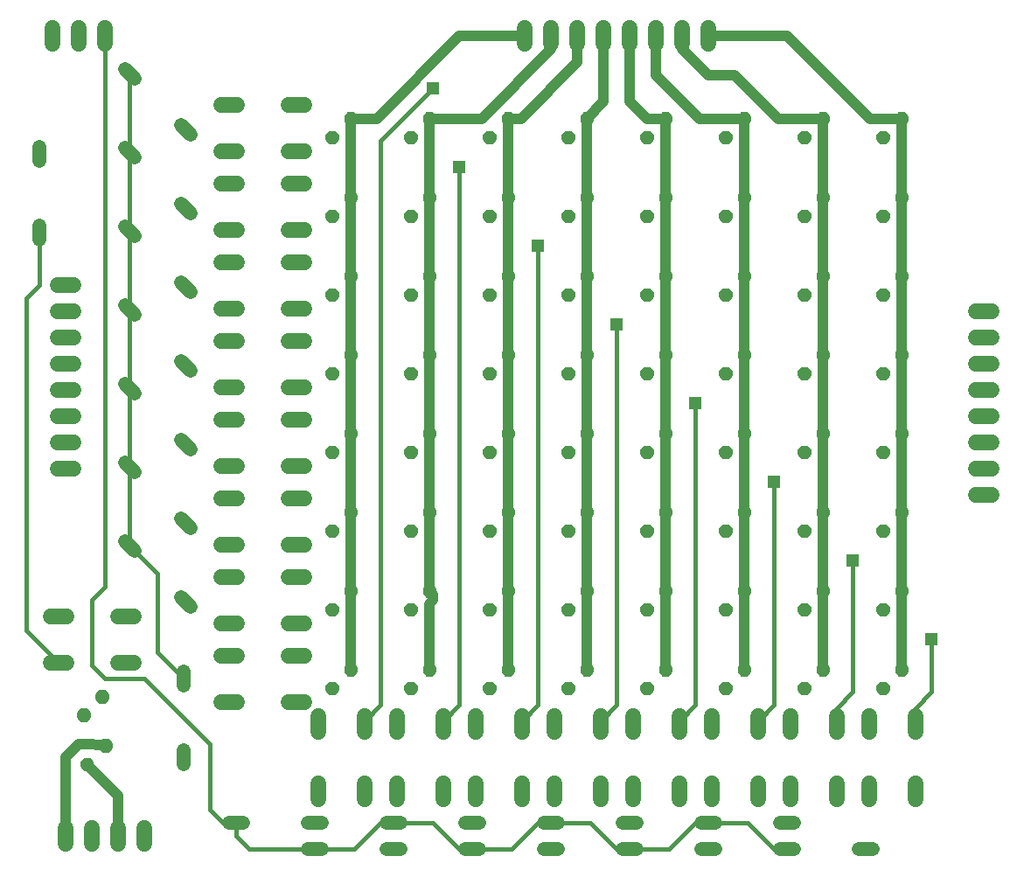
<source format=gbl>
G75*
G70*
%OFA0B0*%
%FSLAX24Y24*%
%IPPOS*%
%LPD*%
%AMOC8*
5,1,8,0,0,1.08239X$1,22.5*
%
%ADD10C,0.0104*%
%ADD11C,0.0600*%
%ADD12C,0.0520*%
%ADD13C,0.0400*%
%ADD14C,0.0160*%
%ADD15R,0.0475X0.0475*%
D10*
X003311Y004647D02*
X003363Y004699D01*
X003363Y004527D01*
X003242Y004406D01*
X003070Y004406D01*
X002949Y004527D01*
X002949Y004699D01*
X003070Y004820D01*
X003242Y004820D01*
X003363Y004699D01*
X003285Y004667D01*
X003285Y004559D01*
X003210Y004484D01*
X003102Y004484D01*
X003027Y004559D01*
X003027Y004667D01*
X003102Y004742D01*
X003210Y004742D01*
X003285Y004667D01*
X003207Y004634D01*
X003207Y004592D01*
X003177Y004562D01*
X003135Y004562D01*
X003105Y004592D01*
X003105Y004634D01*
X003135Y004664D01*
X003177Y004664D01*
X003207Y004634D01*
X004018Y005354D02*
X004070Y005406D01*
X004070Y005234D01*
X003949Y005113D01*
X003777Y005113D01*
X003656Y005234D01*
X003656Y005406D01*
X003777Y005527D01*
X003949Y005527D01*
X004070Y005406D01*
X003992Y005374D01*
X003992Y005266D01*
X003917Y005191D01*
X003809Y005191D01*
X003734Y005266D01*
X003734Y005374D01*
X003809Y005449D01*
X003917Y005449D01*
X003992Y005374D01*
X003914Y005341D01*
X003914Y005299D01*
X003884Y005269D01*
X003842Y005269D01*
X003812Y005299D01*
X003812Y005341D01*
X003842Y005371D01*
X003884Y005371D01*
X003914Y005341D01*
X003189Y006518D02*
X003241Y006570D01*
X003241Y006398D01*
X003120Y006277D01*
X002948Y006277D01*
X002827Y006398D01*
X002827Y006570D01*
X002948Y006691D01*
X003120Y006691D01*
X003241Y006570D01*
X003163Y006538D01*
X003163Y006430D01*
X003088Y006355D01*
X002980Y006355D01*
X002905Y006430D01*
X002905Y006538D01*
X002980Y006613D01*
X003088Y006613D01*
X003163Y006538D01*
X003085Y006505D01*
X003085Y006463D01*
X003055Y006433D01*
X003013Y006433D01*
X002983Y006463D01*
X002983Y006505D01*
X003013Y006535D01*
X003055Y006535D01*
X003085Y006505D01*
X003896Y007225D02*
X003948Y007277D01*
X003948Y007105D01*
X003827Y006984D01*
X003655Y006984D01*
X003534Y007105D01*
X003534Y007277D01*
X003655Y007398D01*
X003827Y007398D01*
X003948Y007277D01*
X003870Y007245D01*
X003870Y007137D01*
X003795Y007062D01*
X003687Y007062D01*
X003612Y007137D01*
X003612Y007245D01*
X003687Y007320D01*
X003795Y007320D01*
X003870Y007245D01*
X003792Y007212D01*
X003792Y007170D01*
X003762Y007140D01*
X003720Y007140D01*
X003690Y007170D01*
X003690Y007212D01*
X003720Y007242D01*
X003762Y007242D01*
X003792Y007212D01*
X012664Y007543D02*
X012716Y007595D01*
X012716Y007423D01*
X012595Y007302D01*
X012423Y007302D01*
X012302Y007423D01*
X012302Y007595D01*
X012423Y007716D01*
X012595Y007716D01*
X012716Y007595D01*
X012638Y007563D01*
X012638Y007455D01*
X012563Y007380D01*
X012455Y007380D01*
X012380Y007455D01*
X012380Y007563D01*
X012455Y007638D01*
X012563Y007638D01*
X012638Y007563D01*
X012560Y007530D01*
X012560Y007488D01*
X012530Y007458D01*
X012488Y007458D01*
X012458Y007488D01*
X012458Y007530D01*
X012488Y007560D01*
X012530Y007560D01*
X012560Y007530D01*
X013371Y008250D02*
X013423Y008302D01*
X013423Y008130D01*
X013302Y008009D01*
X013130Y008009D01*
X013009Y008130D01*
X013009Y008302D01*
X013130Y008423D01*
X013302Y008423D01*
X013423Y008302D01*
X013345Y008270D01*
X013345Y008162D01*
X013270Y008087D01*
X013162Y008087D01*
X013087Y008162D01*
X013087Y008270D01*
X013162Y008345D01*
X013270Y008345D01*
X013345Y008270D01*
X013267Y008237D01*
X013267Y008195D01*
X013237Y008165D01*
X013195Y008165D01*
X013165Y008195D01*
X013165Y008237D01*
X013195Y008267D01*
X013237Y008267D01*
X013267Y008237D01*
X015664Y007543D02*
X015716Y007595D01*
X015716Y007423D01*
X015595Y007302D01*
X015423Y007302D01*
X015302Y007423D01*
X015302Y007595D01*
X015423Y007716D01*
X015595Y007716D01*
X015716Y007595D01*
X015638Y007563D01*
X015638Y007455D01*
X015563Y007380D01*
X015455Y007380D01*
X015380Y007455D01*
X015380Y007563D01*
X015455Y007638D01*
X015563Y007638D01*
X015638Y007563D01*
X015560Y007530D01*
X015560Y007488D01*
X015530Y007458D01*
X015488Y007458D01*
X015458Y007488D01*
X015458Y007530D01*
X015488Y007560D01*
X015530Y007560D01*
X015560Y007530D01*
X016371Y008250D02*
X016423Y008302D01*
X016423Y008130D01*
X016302Y008009D01*
X016130Y008009D01*
X016009Y008130D01*
X016009Y008302D01*
X016130Y008423D01*
X016302Y008423D01*
X016423Y008302D01*
X016345Y008270D01*
X016345Y008162D01*
X016270Y008087D01*
X016162Y008087D01*
X016087Y008162D01*
X016087Y008270D01*
X016162Y008345D01*
X016270Y008345D01*
X016345Y008270D01*
X016267Y008237D01*
X016267Y008195D01*
X016237Y008165D01*
X016195Y008165D01*
X016165Y008195D01*
X016165Y008237D01*
X016195Y008267D01*
X016237Y008267D01*
X016267Y008237D01*
X018664Y007543D02*
X018716Y007595D01*
X018716Y007423D01*
X018595Y007302D01*
X018423Y007302D01*
X018302Y007423D01*
X018302Y007595D01*
X018423Y007716D01*
X018595Y007716D01*
X018716Y007595D01*
X018638Y007563D01*
X018638Y007455D01*
X018563Y007380D01*
X018455Y007380D01*
X018380Y007455D01*
X018380Y007563D01*
X018455Y007638D01*
X018563Y007638D01*
X018638Y007563D01*
X018560Y007530D01*
X018560Y007488D01*
X018530Y007458D01*
X018488Y007458D01*
X018458Y007488D01*
X018458Y007530D01*
X018488Y007560D01*
X018530Y007560D01*
X018560Y007530D01*
X019371Y008250D02*
X019423Y008302D01*
X019423Y008130D01*
X019302Y008009D01*
X019130Y008009D01*
X019009Y008130D01*
X019009Y008302D01*
X019130Y008423D01*
X019302Y008423D01*
X019423Y008302D01*
X019345Y008270D01*
X019345Y008162D01*
X019270Y008087D01*
X019162Y008087D01*
X019087Y008162D01*
X019087Y008270D01*
X019162Y008345D01*
X019270Y008345D01*
X019345Y008270D01*
X019267Y008237D01*
X019267Y008195D01*
X019237Y008165D01*
X019195Y008165D01*
X019165Y008195D01*
X019165Y008237D01*
X019195Y008267D01*
X019237Y008267D01*
X019267Y008237D01*
X021664Y007543D02*
X021716Y007595D01*
X021716Y007423D01*
X021595Y007302D01*
X021423Y007302D01*
X021302Y007423D01*
X021302Y007595D01*
X021423Y007716D01*
X021595Y007716D01*
X021716Y007595D01*
X021638Y007563D01*
X021638Y007455D01*
X021563Y007380D01*
X021455Y007380D01*
X021380Y007455D01*
X021380Y007563D01*
X021455Y007638D01*
X021563Y007638D01*
X021638Y007563D01*
X021560Y007530D01*
X021560Y007488D01*
X021530Y007458D01*
X021488Y007458D01*
X021458Y007488D01*
X021458Y007530D01*
X021488Y007560D01*
X021530Y007560D01*
X021560Y007530D01*
X022371Y008250D02*
X022423Y008302D01*
X022423Y008130D01*
X022302Y008009D01*
X022130Y008009D01*
X022009Y008130D01*
X022009Y008302D01*
X022130Y008423D01*
X022302Y008423D01*
X022423Y008302D01*
X022345Y008270D01*
X022345Y008162D01*
X022270Y008087D01*
X022162Y008087D01*
X022087Y008162D01*
X022087Y008270D01*
X022162Y008345D01*
X022270Y008345D01*
X022345Y008270D01*
X022267Y008237D01*
X022267Y008195D01*
X022237Y008165D01*
X022195Y008165D01*
X022165Y008195D01*
X022165Y008237D01*
X022195Y008267D01*
X022237Y008267D01*
X022267Y008237D01*
X024664Y007543D02*
X024716Y007595D01*
X024716Y007423D01*
X024595Y007302D01*
X024423Y007302D01*
X024302Y007423D01*
X024302Y007595D01*
X024423Y007716D01*
X024595Y007716D01*
X024716Y007595D01*
X024638Y007563D01*
X024638Y007455D01*
X024563Y007380D01*
X024455Y007380D01*
X024380Y007455D01*
X024380Y007563D01*
X024455Y007638D01*
X024563Y007638D01*
X024638Y007563D01*
X024560Y007530D01*
X024560Y007488D01*
X024530Y007458D01*
X024488Y007458D01*
X024458Y007488D01*
X024458Y007530D01*
X024488Y007560D01*
X024530Y007560D01*
X024560Y007530D01*
X025371Y008250D02*
X025423Y008302D01*
X025423Y008130D01*
X025302Y008009D01*
X025130Y008009D01*
X025009Y008130D01*
X025009Y008302D01*
X025130Y008423D01*
X025302Y008423D01*
X025423Y008302D01*
X025345Y008270D01*
X025345Y008162D01*
X025270Y008087D01*
X025162Y008087D01*
X025087Y008162D01*
X025087Y008270D01*
X025162Y008345D01*
X025270Y008345D01*
X025345Y008270D01*
X025267Y008237D01*
X025267Y008195D01*
X025237Y008165D01*
X025195Y008165D01*
X025165Y008195D01*
X025165Y008237D01*
X025195Y008267D01*
X025237Y008267D01*
X025267Y008237D01*
X027664Y007543D02*
X027716Y007595D01*
X027716Y007423D01*
X027595Y007302D01*
X027423Y007302D01*
X027302Y007423D01*
X027302Y007595D01*
X027423Y007716D01*
X027595Y007716D01*
X027716Y007595D01*
X027638Y007563D01*
X027638Y007455D01*
X027563Y007380D01*
X027455Y007380D01*
X027380Y007455D01*
X027380Y007563D01*
X027455Y007638D01*
X027563Y007638D01*
X027638Y007563D01*
X027560Y007530D01*
X027560Y007488D01*
X027530Y007458D01*
X027488Y007458D01*
X027458Y007488D01*
X027458Y007530D01*
X027488Y007560D01*
X027530Y007560D01*
X027560Y007530D01*
X028371Y008250D02*
X028423Y008302D01*
X028423Y008130D01*
X028302Y008009D01*
X028130Y008009D01*
X028009Y008130D01*
X028009Y008302D01*
X028130Y008423D01*
X028302Y008423D01*
X028423Y008302D01*
X028345Y008270D01*
X028345Y008162D01*
X028270Y008087D01*
X028162Y008087D01*
X028087Y008162D01*
X028087Y008270D01*
X028162Y008345D01*
X028270Y008345D01*
X028345Y008270D01*
X028267Y008237D01*
X028267Y008195D01*
X028237Y008165D01*
X028195Y008165D01*
X028165Y008195D01*
X028165Y008237D01*
X028195Y008267D01*
X028237Y008267D01*
X028267Y008237D01*
X030664Y007543D02*
X030716Y007595D01*
X030716Y007423D01*
X030595Y007302D01*
X030423Y007302D01*
X030302Y007423D01*
X030302Y007595D01*
X030423Y007716D01*
X030595Y007716D01*
X030716Y007595D01*
X030638Y007563D01*
X030638Y007455D01*
X030563Y007380D01*
X030455Y007380D01*
X030380Y007455D01*
X030380Y007563D01*
X030455Y007638D01*
X030563Y007638D01*
X030638Y007563D01*
X030560Y007530D01*
X030560Y007488D01*
X030530Y007458D01*
X030488Y007458D01*
X030458Y007488D01*
X030458Y007530D01*
X030488Y007560D01*
X030530Y007560D01*
X030560Y007530D01*
X031371Y008250D02*
X031423Y008302D01*
X031423Y008130D01*
X031302Y008009D01*
X031130Y008009D01*
X031009Y008130D01*
X031009Y008302D01*
X031130Y008423D01*
X031302Y008423D01*
X031423Y008302D01*
X031345Y008270D01*
X031345Y008162D01*
X031270Y008087D01*
X031162Y008087D01*
X031087Y008162D01*
X031087Y008270D01*
X031162Y008345D01*
X031270Y008345D01*
X031345Y008270D01*
X031267Y008237D01*
X031267Y008195D01*
X031237Y008165D01*
X031195Y008165D01*
X031165Y008195D01*
X031165Y008237D01*
X031195Y008267D01*
X031237Y008267D01*
X031267Y008237D01*
X033664Y007543D02*
X033716Y007595D01*
X033716Y007423D01*
X033595Y007302D01*
X033423Y007302D01*
X033302Y007423D01*
X033302Y007595D01*
X033423Y007716D01*
X033595Y007716D01*
X033716Y007595D01*
X033638Y007563D01*
X033638Y007455D01*
X033563Y007380D01*
X033455Y007380D01*
X033380Y007455D01*
X033380Y007563D01*
X033455Y007638D01*
X033563Y007638D01*
X033638Y007563D01*
X033560Y007530D01*
X033560Y007488D01*
X033530Y007458D01*
X033488Y007458D01*
X033458Y007488D01*
X033458Y007530D01*
X033488Y007560D01*
X033530Y007560D01*
X033560Y007530D01*
X034371Y008250D02*
X034423Y008302D01*
X034423Y008130D01*
X034302Y008009D01*
X034130Y008009D01*
X034009Y008130D01*
X034009Y008302D01*
X034130Y008423D01*
X034302Y008423D01*
X034423Y008302D01*
X034345Y008270D01*
X034345Y008162D01*
X034270Y008087D01*
X034162Y008087D01*
X034087Y008162D01*
X034087Y008270D01*
X034162Y008345D01*
X034270Y008345D01*
X034345Y008270D01*
X034267Y008237D01*
X034267Y008195D01*
X034237Y008165D01*
X034195Y008165D01*
X034165Y008195D01*
X034165Y008237D01*
X034195Y008267D01*
X034237Y008267D01*
X034267Y008237D01*
X033664Y010543D02*
X033716Y010595D01*
X033716Y010423D01*
X033595Y010302D01*
X033423Y010302D01*
X033302Y010423D01*
X033302Y010595D01*
X033423Y010716D01*
X033595Y010716D01*
X033716Y010595D01*
X033638Y010563D01*
X033638Y010455D01*
X033563Y010380D01*
X033455Y010380D01*
X033380Y010455D01*
X033380Y010563D01*
X033455Y010638D01*
X033563Y010638D01*
X033638Y010563D01*
X033560Y010530D01*
X033560Y010488D01*
X033530Y010458D01*
X033488Y010458D01*
X033458Y010488D01*
X033458Y010530D01*
X033488Y010560D01*
X033530Y010560D01*
X033560Y010530D01*
X034371Y011250D02*
X034423Y011302D01*
X034423Y011130D01*
X034302Y011009D01*
X034130Y011009D01*
X034009Y011130D01*
X034009Y011302D01*
X034130Y011423D01*
X034302Y011423D01*
X034423Y011302D01*
X034345Y011270D01*
X034345Y011162D01*
X034270Y011087D01*
X034162Y011087D01*
X034087Y011162D01*
X034087Y011270D01*
X034162Y011345D01*
X034270Y011345D01*
X034345Y011270D01*
X034267Y011237D01*
X034267Y011195D01*
X034237Y011165D01*
X034195Y011165D01*
X034165Y011195D01*
X034165Y011237D01*
X034195Y011267D01*
X034237Y011267D01*
X034267Y011237D01*
X033664Y013543D02*
X033716Y013595D01*
X033716Y013423D01*
X033595Y013302D01*
X033423Y013302D01*
X033302Y013423D01*
X033302Y013595D01*
X033423Y013716D01*
X033595Y013716D01*
X033716Y013595D01*
X033638Y013563D01*
X033638Y013455D01*
X033563Y013380D01*
X033455Y013380D01*
X033380Y013455D01*
X033380Y013563D01*
X033455Y013638D01*
X033563Y013638D01*
X033638Y013563D01*
X033560Y013530D01*
X033560Y013488D01*
X033530Y013458D01*
X033488Y013458D01*
X033458Y013488D01*
X033458Y013530D01*
X033488Y013560D01*
X033530Y013560D01*
X033560Y013530D01*
X034371Y014250D02*
X034423Y014302D01*
X034423Y014130D01*
X034302Y014009D01*
X034130Y014009D01*
X034009Y014130D01*
X034009Y014302D01*
X034130Y014423D01*
X034302Y014423D01*
X034423Y014302D01*
X034345Y014270D01*
X034345Y014162D01*
X034270Y014087D01*
X034162Y014087D01*
X034087Y014162D01*
X034087Y014270D01*
X034162Y014345D01*
X034270Y014345D01*
X034345Y014270D01*
X034267Y014237D01*
X034267Y014195D01*
X034237Y014165D01*
X034195Y014165D01*
X034165Y014195D01*
X034165Y014237D01*
X034195Y014267D01*
X034237Y014267D01*
X034267Y014237D01*
X033664Y016543D02*
X033716Y016595D01*
X033716Y016423D01*
X033595Y016302D01*
X033423Y016302D01*
X033302Y016423D01*
X033302Y016595D01*
X033423Y016716D01*
X033595Y016716D01*
X033716Y016595D01*
X033638Y016563D01*
X033638Y016455D01*
X033563Y016380D01*
X033455Y016380D01*
X033380Y016455D01*
X033380Y016563D01*
X033455Y016638D01*
X033563Y016638D01*
X033638Y016563D01*
X033560Y016530D01*
X033560Y016488D01*
X033530Y016458D01*
X033488Y016458D01*
X033458Y016488D01*
X033458Y016530D01*
X033488Y016560D01*
X033530Y016560D01*
X033560Y016530D01*
X034371Y017250D02*
X034423Y017302D01*
X034423Y017130D01*
X034302Y017009D01*
X034130Y017009D01*
X034009Y017130D01*
X034009Y017302D01*
X034130Y017423D01*
X034302Y017423D01*
X034423Y017302D01*
X034345Y017270D01*
X034345Y017162D01*
X034270Y017087D01*
X034162Y017087D01*
X034087Y017162D01*
X034087Y017270D01*
X034162Y017345D01*
X034270Y017345D01*
X034345Y017270D01*
X034267Y017237D01*
X034267Y017195D01*
X034237Y017165D01*
X034195Y017165D01*
X034165Y017195D01*
X034165Y017237D01*
X034195Y017267D01*
X034237Y017267D01*
X034267Y017237D01*
X033664Y019543D02*
X033716Y019595D01*
X033716Y019423D01*
X033595Y019302D01*
X033423Y019302D01*
X033302Y019423D01*
X033302Y019595D01*
X033423Y019716D01*
X033595Y019716D01*
X033716Y019595D01*
X033638Y019563D01*
X033638Y019455D01*
X033563Y019380D01*
X033455Y019380D01*
X033380Y019455D01*
X033380Y019563D01*
X033455Y019638D01*
X033563Y019638D01*
X033638Y019563D01*
X033560Y019530D01*
X033560Y019488D01*
X033530Y019458D01*
X033488Y019458D01*
X033458Y019488D01*
X033458Y019530D01*
X033488Y019560D01*
X033530Y019560D01*
X033560Y019530D01*
X034371Y020250D02*
X034423Y020302D01*
X034423Y020130D01*
X034302Y020009D01*
X034130Y020009D01*
X034009Y020130D01*
X034009Y020302D01*
X034130Y020423D01*
X034302Y020423D01*
X034423Y020302D01*
X034345Y020270D01*
X034345Y020162D01*
X034270Y020087D01*
X034162Y020087D01*
X034087Y020162D01*
X034087Y020270D01*
X034162Y020345D01*
X034270Y020345D01*
X034345Y020270D01*
X034267Y020237D01*
X034267Y020195D01*
X034237Y020165D01*
X034195Y020165D01*
X034165Y020195D01*
X034165Y020237D01*
X034195Y020267D01*
X034237Y020267D01*
X034267Y020237D01*
X033664Y022543D02*
X033716Y022595D01*
X033716Y022423D01*
X033595Y022302D01*
X033423Y022302D01*
X033302Y022423D01*
X033302Y022595D01*
X033423Y022716D01*
X033595Y022716D01*
X033716Y022595D01*
X033638Y022563D01*
X033638Y022455D01*
X033563Y022380D01*
X033455Y022380D01*
X033380Y022455D01*
X033380Y022563D01*
X033455Y022638D01*
X033563Y022638D01*
X033638Y022563D01*
X033560Y022530D01*
X033560Y022488D01*
X033530Y022458D01*
X033488Y022458D01*
X033458Y022488D01*
X033458Y022530D01*
X033488Y022560D01*
X033530Y022560D01*
X033560Y022530D01*
X034371Y023250D02*
X034423Y023302D01*
X034423Y023130D01*
X034302Y023009D01*
X034130Y023009D01*
X034009Y023130D01*
X034009Y023302D01*
X034130Y023423D01*
X034302Y023423D01*
X034423Y023302D01*
X034345Y023270D01*
X034345Y023162D01*
X034270Y023087D01*
X034162Y023087D01*
X034087Y023162D01*
X034087Y023270D01*
X034162Y023345D01*
X034270Y023345D01*
X034345Y023270D01*
X034267Y023237D01*
X034267Y023195D01*
X034237Y023165D01*
X034195Y023165D01*
X034165Y023195D01*
X034165Y023237D01*
X034195Y023267D01*
X034237Y023267D01*
X034267Y023237D01*
X033664Y025543D02*
X033716Y025595D01*
X033716Y025423D01*
X033595Y025302D01*
X033423Y025302D01*
X033302Y025423D01*
X033302Y025595D01*
X033423Y025716D01*
X033595Y025716D01*
X033716Y025595D01*
X033638Y025563D01*
X033638Y025455D01*
X033563Y025380D01*
X033455Y025380D01*
X033380Y025455D01*
X033380Y025563D01*
X033455Y025638D01*
X033563Y025638D01*
X033638Y025563D01*
X033560Y025530D01*
X033560Y025488D01*
X033530Y025458D01*
X033488Y025458D01*
X033458Y025488D01*
X033458Y025530D01*
X033488Y025560D01*
X033530Y025560D01*
X033560Y025530D01*
X034371Y026250D02*
X034423Y026302D01*
X034423Y026130D01*
X034302Y026009D01*
X034130Y026009D01*
X034009Y026130D01*
X034009Y026302D01*
X034130Y026423D01*
X034302Y026423D01*
X034423Y026302D01*
X034345Y026270D01*
X034345Y026162D01*
X034270Y026087D01*
X034162Y026087D01*
X034087Y026162D01*
X034087Y026270D01*
X034162Y026345D01*
X034270Y026345D01*
X034345Y026270D01*
X034267Y026237D01*
X034267Y026195D01*
X034237Y026165D01*
X034195Y026165D01*
X034165Y026195D01*
X034165Y026237D01*
X034195Y026267D01*
X034237Y026267D01*
X034267Y026237D01*
X033664Y028543D02*
X033716Y028595D01*
X033716Y028423D01*
X033595Y028302D01*
X033423Y028302D01*
X033302Y028423D01*
X033302Y028595D01*
X033423Y028716D01*
X033595Y028716D01*
X033716Y028595D01*
X033638Y028563D01*
X033638Y028455D01*
X033563Y028380D01*
X033455Y028380D01*
X033380Y028455D01*
X033380Y028563D01*
X033455Y028638D01*
X033563Y028638D01*
X033638Y028563D01*
X033560Y028530D01*
X033560Y028488D01*
X033530Y028458D01*
X033488Y028458D01*
X033458Y028488D01*
X033458Y028530D01*
X033488Y028560D01*
X033530Y028560D01*
X033560Y028530D01*
X034371Y029250D02*
X034423Y029302D01*
X034423Y029130D01*
X034302Y029009D01*
X034130Y029009D01*
X034009Y029130D01*
X034009Y029302D01*
X034130Y029423D01*
X034302Y029423D01*
X034423Y029302D01*
X034345Y029270D01*
X034345Y029162D01*
X034270Y029087D01*
X034162Y029087D01*
X034087Y029162D01*
X034087Y029270D01*
X034162Y029345D01*
X034270Y029345D01*
X034345Y029270D01*
X034267Y029237D01*
X034267Y029195D01*
X034237Y029165D01*
X034195Y029165D01*
X034165Y029195D01*
X034165Y029237D01*
X034195Y029267D01*
X034237Y029267D01*
X034267Y029237D01*
X031371Y029250D02*
X031423Y029302D01*
X031423Y029130D01*
X031302Y029009D01*
X031130Y029009D01*
X031009Y029130D01*
X031009Y029302D01*
X031130Y029423D01*
X031302Y029423D01*
X031423Y029302D01*
X031345Y029270D01*
X031345Y029162D01*
X031270Y029087D01*
X031162Y029087D01*
X031087Y029162D01*
X031087Y029270D01*
X031162Y029345D01*
X031270Y029345D01*
X031345Y029270D01*
X031267Y029237D01*
X031267Y029195D01*
X031237Y029165D01*
X031195Y029165D01*
X031165Y029195D01*
X031165Y029237D01*
X031195Y029267D01*
X031237Y029267D01*
X031267Y029237D01*
X030664Y028543D02*
X030716Y028595D01*
X030716Y028423D01*
X030595Y028302D01*
X030423Y028302D01*
X030302Y028423D01*
X030302Y028595D01*
X030423Y028716D01*
X030595Y028716D01*
X030716Y028595D01*
X030638Y028563D01*
X030638Y028455D01*
X030563Y028380D01*
X030455Y028380D01*
X030380Y028455D01*
X030380Y028563D01*
X030455Y028638D01*
X030563Y028638D01*
X030638Y028563D01*
X030560Y028530D01*
X030560Y028488D01*
X030530Y028458D01*
X030488Y028458D01*
X030458Y028488D01*
X030458Y028530D01*
X030488Y028560D01*
X030530Y028560D01*
X030560Y028530D01*
X031371Y026250D02*
X031423Y026302D01*
X031423Y026130D01*
X031302Y026009D01*
X031130Y026009D01*
X031009Y026130D01*
X031009Y026302D01*
X031130Y026423D01*
X031302Y026423D01*
X031423Y026302D01*
X031345Y026270D01*
X031345Y026162D01*
X031270Y026087D01*
X031162Y026087D01*
X031087Y026162D01*
X031087Y026270D01*
X031162Y026345D01*
X031270Y026345D01*
X031345Y026270D01*
X031267Y026237D01*
X031267Y026195D01*
X031237Y026165D01*
X031195Y026165D01*
X031165Y026195D01*
X031165Y026237D01*
X031195Y026267D01*
X031237Y026267D01*
X031267Y026237D01*
X030664Y025543D02*
X030716Y025595D01*
X030716Y025423D01*
X030595Y025302D01*
X030423Y025302D01*
X030302Y025423D01*
X030302Y025595D01*
X030423Y025716D01*
X030595Y025716D01*
X030716Y025595D01*
X030638Y025563D01*
X030638Y025455D01*
X030563Y025380D01*
X030455Y025380D01*
X030380Y025455D01*
X030380Y025563D01*
X030455Y025638D01*
X030563Y025638D01*
X030638Y025563D01*
X030560Y025530D01*
X030560Y025488D01*
X030530Y025458D01*
X030488Y025458D01*
X030458Y025488D01*
X030458Y025530D01*
X030488Y025560D01*
X030530Y025560D01*
X030560Y025530D01*
X028371Y026250D02*
X028423Y026302D01*
X028423Y026130D01*
X028302Y026009D01*
X028130Y026009D01*
X028009Y026130D01*
X028009Y026302D01*
X028130Y026423D01*
X028302Y026423D01*
X028423Y026302D01*
X028345Y026270D01*
X028345Y026162D01*
X028270Y026087D01*
X028162Y026087D01*
X028087Y026162D01*
X028087Y026270D01*
X028162Y026345D01*
X028270Y026345D01*
X028345Y026270D01*
X028267Y026237D01*
X028267Y026195D01*
X028237Y026165D01*
X028195Y026165D01*
X028165Y026195D01*
X028165Y026237D01*
X028195Y026267D01*
X028237Y026267D01*
X028267Y026237D01*
X027664Y025543D02*
X027716Y025595D01*
X027716Y025423D01*
X027595Y025302D01*
X027423Y025302D01*
X027302Y025423D01*
X027302Y025595D01*
X027423Y025716D01*
X027595Y025716D01*
X027716Y025595D01*
X027638Y025563D01*
X027638Y025455D01*
X027563Y025380D01*
X027455Y025380D01*
X027380Y025455D01*
X027380Y025563D01*
X027455Y025638D01*
X027563Y025638D01*
X027638Y025563D01*
X027560Y025530D01*
X027560Y025488D01*
X027530Y025458D01*
X027488Y025458D01*
X027458Y025488D01*
X027458Y025530D01*
X027488Y025560D01*
X027530Y025560D01*
X027560Y025530D01*
X025371Y026250D02*
X025423Y026302D01*
X025423Y026130D01*
X025302Y026009D01*
X025130Y026009D01*
X025009Y026130D01*
X025009Y026302D01*
X025130Y026423D01*
X025302Y026423D01*
X025423Y026302D01*
X025345Y026270D01*
X025345Y026162D01*
X025270Y026087D01*
X025162Y026087D01*
X025087Y026162D01*
X025087Y026270D01*
X025162Y026345D01*
X025270Y026345D01*
X025345Y026270D01*
X025267Y026237D01*
X025267Y026195D01*
X025237Y026165D01*
X025195Y026165D01*
X025165Y026195D01*
X025165Y026237D01*
X025195Y026267D01*
X025237Y026267D01*
X025267Y026237D01*
X024664Y025543D02*
X024716Y025595D01*
X024716Y025423D01*
X024595Y025302D01*
X024423Y025302D01*
X024302Y025423D01*
X024302Y025595D01*
X024423Y025716D01*
X024595Y025716D01*
X024716Y025595D01*
X024638Y025563D01*
X024638Y025455D01*
X024563Y025380D01*
X024455Y025380D01*
X024380Y025455D01*
X024380Y025563D01*
X024455Y025638D01*
X024563Y025638D01*
X024638Y025563D01*
X024560Y025530D01*
X024560Y025488D01*
X024530Y025458D01*
X024488Y025458D01*
X024458Y025488D01*
X024458Y025530D01*
X024488Y025560D01*
X024530Y025560D01*
X024560Y025530D01*
X022371Y026250D02*
X022423Y026302D01*
X022423Y026130D01*
X022302Y026009D01*
X022130Y026009D01*
X022009Y026130D01*
X022009Y026302D01*
X022130Y026423D01*
X022302Y026423D01*
X022423Y026302D01*
X022345Y026270D01*
X022345Y026162D01*
X022270Y026087D01*
X022162Y026087D01*
X022087Y026162D01*
X022087Y026270D01*
X022162Y026345D01*
X022270Y026345D01*
X022345Y026270D01*
X022267Y026237D01*
X022267Y026195D01*
X022237Y026165D01*
X022195Y026165D01*
X022165Y026195D01*
X022165Y026237D01*
X022195Y026267D01*
X022237Y026267D01*
X022267Y026237D01*
X021664Y025543D02*
X021716Y025595D01*
X021716Y025423D01*
X021595Y025302D01*
X021423Y025302D01*
X021302Y025423D01*
X021302Y025595D01*
X021423Y025716D01*
X021595Y025716D01*
X021716Y025595D01*
X021638Y025563D01*
X021638Y025455D01*
X021563Y025380D01*
X021455Y025380D01*
X021380Y025455D01*
X021380Y025563D01*
X021455Y025638D01*
X021563Y025638D01*
X021638Y025563D01*
X021560Y025530D01*
X021560Y025488D01*
X021530Y025458D01*
X021488Y025458D01*
X021458Y025488D01*
X021458Y025530D01*
X021488Y025560D01*
X021530Y025560D01*
X021560Y025530D01*
X019371Y026250D02*
X019423Y026302D01*
X019423Y026130D01*
X019302Y026009D01*
X019130Y026009D01*
X019009Y026130D01*
X019009Y026302D01*
X019130Y026423D01*
X019302Y026423D01*
X019423Y026302D01*
X019345Y026270D01*
X019345Y026162D01*
X019270Y026087D01*
X019162Y026087D01*
X019087Y026162D01*
X019087Y026270D01*
X019162Y026345D01*
X019270Y026345D01*
X019345Y026270D01*
X019267Y026237D01*
X019267Y026195D01*
X019237Y026165D01*
X019195Y026165D01*
X019165Y026195D01*
X019165Y026237D01*
X019195Y026267D01*
X019237Y026267D01*
X019267Y026237D01*
X018664Y025543D02*
X018716Y025595D01*
X018716Y025423D01*
X018595Y025302D01*
X018423Y025302D01*
X018302Y025423D01*
X018302Y025595D01*
X018423Y025716D01*
X018595Y025716D01*
X018716Y025595D01*
X018638Y025563D01*
X018638Y025455D01*
X018563Y025380D01*
X018455Y025380D01*
X018380Y025455D01*
X018380Y025563D01*
X018455Y025638D01*
X018563Y025638D01*
X018638Y025563D01*
X018560Y025530D01*
X018560Y025488D01*
X018530Y025458D01*
X018488Y025458D01*
X018458Y025488D01*
X018458Y025530D01*
X018488Y025560D01*
X018530Y025560D01*
X018560Y025530D01*
X016371Y026250D02*
X016423Y026302D01*
X016423Y026130D01*
X016302Y026009D01*
X016130Y026009D01*
X016009Y026130D01*
X016009Y026302D01*
X016130Y026423D01*
X016302Y026423D01*
X016423Y026302D01*
X016345Y026270D01*
X016345Y026162D01*
X016270Y026087D01*
X016162Y026087D01*
X016087Y026162D01*
X016087Y026270D01*
X016162Y026345D01*
X016270Y026345D01*
X016345Y026270D01*
X016267Y026237D01*
X016267Y026195D01*
X016237Y026165D01*
X016195Y026165D01*
X016165Y026195D01*
X016165Y026237D01*
X016195Y026267D01*
X016237Y026267D01*
X016267Y026237D01*
X015664Y025543D02*
X015716Y025595D01*
X015716Y025423D01*
X015595Y025302D01*
X015423Y025302D01*
X015302Y025423D01*
X015302Y025595D01*
X015423Y025716D01*
X015595Y025716D01*
X015716Y025595D01*
X015638Y025563D01*
X015638Y025455D01*
X015563Y025380D01*
X015455Y025380D01*
X015380Y025455D01*
X015380Y025563D01*
X015455Y025638D01*
X015563Y025638D01*
X015638Y025563D01*
X015560Y025530D01*
X015560Y025488D01*
X015530Y025458D01*
X015488Y025458D01*
X015458Y025488D01*
X015458Y025530D01*
X015488Y025560D01*
X015530Y025560D01*
X015560Y025530D01*
X013371Y026250D02*
X013423Y026302D01*
X013423Y026130D01*
X013302Y026009D01*
X013130Y026009D01*
X013009Y026130D01*
X013009Y026302D01*
X013130Y026423D01*
X013302Y026423D01*
X013423Y026302D01*
X013345Y026270D01*
X013345Y026162D01*
X013270Y026087D01*
X013162Y026087D01*
X013087Y026162D01*
X013087Y026270D01*
X013162Y026345D01*
X013270Y026345D01*
X013345Y026270D01*
X013267Y026237D01*
X013267Y026195D01*
X013237Y026165D01*
X013195Y026165D01*
X013165Y026195D01*
X013165Y026237D01*
X013195Y026267D01*
X013237Y026267D01*
X013267Y026237D01*
X012664Y025543D02*
X012716Y025595D01*
X012716Y025423D01*
X012595Y025302D01*
X012423Y025302D01*
X012302Y025423D01*
X012302Y025595D01*
X012423Y025716D01*
X012595Y025716D01*
X012716Y025595D01*
X012638Y025563D01*
X012638Y025455D01*
X012563Y025380D01*
X012455Y025380D01*
X012380Y025455D01*
X012380Y025563D01*
X012455Y025638D01*
X012563Y025638D01*
X012638Y025563D01*
X012560Y025530D01*
X012560Y025488D01*
X012530Y025458D01*
X012488Y025458D01*
X012458Y025488D01*
X012458Y025530D01*
X012488Y025560D01*
X012530Y025560D01*
X012560Y025530D01*
X013371Y023250D02*
X013423Y023302D01*
X013423Y023130D01*
X013302Y023009D01*
X013130Y023009D01*
X013009Y023130D01*
X013009Y023302D01*
X013130Y023423D01*
X013302Y023423D01*
X013423Y023302D01*
X013345Y023270D01*
X013345Y023162D01*
X013270Y023087D01*
X013162Y023087D01*
X013087Y023162D01*
X013087Y023270D01*
X013162Y023345D01*
X013270Y023345D01*
X013345Y023270D01*
X013267Y023237D01*
X013267Y023195D01*
X013237Y023165D01*
X013195Y023165D01*
X013165Y023195D01*
X013165Y023237D01*
X013195Y023267D01*
X013237Y023267D01*
X013267Y023237D01*
X012664Y022543D02*
X012716Y022595D01*
X012716Y022423D01*
X012595Y022302D01*
X012423Y022302D01*
X012302Y022423D01*
X012302Y022595D01*
X012423Y022716D01*
X012595Y022716D01*
X012716Y022595D01*
X012638Y022563D01*
X012638Y022455D01*
X012563Y022380D01*
X012455Y022380D01*
X012380Y022455D01*
X012380Y022563D01*
X012455Y022638D01*
X012563Y022638D01*
X012638Y022563D01*
X012560Y022530D01*
X012560Y022488D01*
X012530Y022458D01*
X012488Y022458D01*
X012458Y022488D01*
X012458Y022530D01*
X012488Y022560D01*
X012530Y022560D01*
X012560Y022530D01*
X013371Y020250D02*
X013423Y020302D01*
X013423Y020130D01*
X013302Y020009D01*
X013130Y020009D01*
X013009Y020130D01*
X013009Y020302D01*
X013130Y020423D01*
X013302Y020423D01*
X013423Y020302D01*
X013345Y020270D01*
X013345Y020162D01*
X013270Y020087D01*
X013162Y020087D01*
X013087Y020162D01*
X013087Y020270D01*
X013162Y020345D01*
X013270Y020345D01*
X013345Y020270D01*
X013267Y020237D01*
X013267Y020195D01*
X013237Y020165D01*
X013195Y020165D01*
X013165Y020195D01*
X013165Y020237D01*
X013195Y020267D01*
X013237Y020267D01*
X013267Y020237D01*
X012664Y019543D02*
X012716Y019595D01*
X012716Y019423D01*
X012595Y019302D01*
X012423Y019302D01*
X012302Y019423D01*
X012302Y019595D01*
X012423Y019716D01*
X012595Y019716D01*
X012716Y019595D01*
X012638Y019563D01*
X012638Y019455D01*
X012563Y019380D01*
X012455Y019380D01*
X012380Y019455D01*
X012380Y019563D01*
X012455Y019638D01*
X012563Y019638D01*
X012638Y019563D01*
X012560Y019530D01*
X012560Y019488D01*
X012530Y019458D01*
X012488Y019458D01*
X012458Y019488D01*
X012458Y019530D01*
X012488Y019560D01*
X012530Y019560D01*
X012560Y019530D01*
X013371Y017250D02*
X013423Y017302D01*
X013423Y017130D01*
X013302Y017009D01*
X013130Y017009D01*
X013009Y017130D01*
X013009Y017302D01*
X013130Y017423D01*
X013302Y017423D01*
X013423Y017302D01*
X013345Y017270D01*
X013345Y017162D01*
X013270Y017087D01*
X013162Y017087D01*
X013087Y017162D01*
X013087Y017270D01*
X013162Y017345D01*
X013270Y017345D01*
X013345Y017270D01*
X013267Y017237D01*
X013267Y017195D01*
X013237Y017165D01*
X013195Y017165D01*
X013165Y017195D01*
X013165Y017237D01*
X013195Y017267D01*
X013237Y017267D01*
X013267Y017237D01*
X012664Y016543D02*
X012716Y016595D01*
X012716Y016423D01*
X012595Y016302D01*
X012423Y016302D01*
X012302Y016423D01*
X012302Y016595D01*
X012423Y016716D01*
X012595Y016716D01*
X012716Y016595D01*
X012638Y016563D01*
X012638Y016455D01*
X012563Y016380D01*
X012455Y016380D01*
X012380Y016455D01*
X012380Y016563D01*
X012455Y016638D01*
X012563Y016638D01*
X012638Y016563D01*
X012560Y016530D01*
X012560Y016488D01*
X012530Y016458D01*
X012488Y016458D01*
X012458Y016488D01*
X012458Y016530D01*
X012488Y016560D01*
X012530Y016560D01*
X012560Y016530D01*
X013371Y014250D02*
X013423Y014302D01*
X013423Y014130D01*
X013302Y014009D01*
X013130Y014009D01*
X013009Y014130D01*
X013009Y014302D01*
X013130Y014423D01*
X013302Y014423D01*
X013423Y014302D01*
X013345Y014270D01*
X013345Y014162D01*
X013270Y014087D01*
X013162Y014087D01*
X013087Y014162D01*
X013087Y014270D01*
X013162Y014345D01*
X013270Y014345D01*
X013345Y014270D01*
X013267Y014237D01*
X013267Y014195D01*
X013237Y014165D01*
X013195Y014165D01*
X013165Y014195D01*
X013165Y014237D01*
X013195Y014267D01*
X013237Y014267D01*
X013267Y014237D01*
X012664Y013543D02*
X012716Y013595D01*
X012716Y013423D01*
X012595Y013302D01*
X012423Y013302D01*
X012302Y013423D01*
X012302Y013595D01*
X012423Y013716D01*
X012595Y013716D01*
X012716Y013595D01*
X012638Y013563D01*
X012638Y013455D01*
X012563Y013380D01*
X012455Y013380D01*
X012380Y013455D01*
X012380Y013563D01*
X012455Y013638D01*
X012563Y013638D01*
X012638Y013563D01*
X012560Y013530D01*
X012560Y013488D01*
X012530Y013458D01*
X012488Y013458D01*
X012458Y013488D01*
X012458Y013530D01*
X012488Y013560D01*
X012530Y013560D01*
X012560Y013530D01*
X013371Y011250D02*
X013423Y011302D01*
X013423Y011130D01*
X013302Y011009D01*
X013130Y011009D01*
X013009Y011130D01*
X013009Y011302D01*
X013130Y011423D01*
X013302Y011423D01*
X013423Y011302D01*
X013345Y011270D01*
X013345Y011162D01*
X013270Y011087D01*
X013162Y011087D01*
X013087Y011162D01*
X013087Y011270D01*
X013162Y011345D01*
X013270Y011345D01*
X013345Y011270D01*
X013267Y011237D01*
X013267Y011195D01*
X013237Y011165D01*
X013195Y011165D01*
X013165Y011195D01*
X013165Y011237D01*
X013195Y011267D01*
X013237Y011267D01*
X013267Y011237D01*
X012664Y010543D02*
X012716Y010595D01*
X012716Y010423D01*
X012595Y010302D01*
X012423Y010302D01*
X012302Y010423D01*
X012302Y010595D01*
X012423Y010716D01*
X012595Y010716D01*
X012716Y010595D01*
X012638Y010563D01*
X012638Y010455D01*
X012563Y010380D01*
X012455Y010380D01*
X012380Y010455D01*
X012380Y010563D01*
X012455Y010638D01*
X012563Y010638D01*
X012638Y010563D01*
X012560Y010530D01*
X012560Y010488D01*
X012530Y010458D01*
X012488Y010458D01*
X012458Y010488D01*
X012458Y010530D01*
X012488Y010560D01*
X012530Y010560D01*
X012560Y010530D01*
X015664Y010543D02*
X015716Y010595D01*
X015716Y010423D01*
X015595Y010302D01*
X015423Y010302D01*
X015302Y010423D01*
X015302Y010595D01*
X015423Y010716D01*
X015595Y010716D01*
X015716Y010595D01*
X015638Y010563D01*
X015638Y010455D01*
X015563Y010380D01*
X015455Y010380D01*
X015380Y010455D01*
X015380Y010563D01*
X015455Y010638D01*
X015563Y010638D01*
X015638Y010563D01*
X015560Y010530D01*
X015560Y010488D01*
X015530Y010458D01*
X015488Y010458D01*
X015458Y010488D01*
X015458Y010530D01*
X015488Y010560D01*
X015530Y010560D01*
X015560Y010530D01*
X016371Y011250D02*
X016423Y011302D01*
X016423Y011130D01*
X016302Y011009D01*
X016130Y011009D01*
X016009Y011130D01*
X016009Y011302D01*
X016130Y011423D01*
X016302Y011423D01*
X016423Y011302D01*
X016345Y011270D01*
X016345Y011162D01*
X016270Y011087D01*
X016162Y011087D01*
X016087Y011162D01*
X016087Y011270D01*
X016162Y011345D01*
X016270Y011345D01*
X016345Y011270D01*
X016267Y011237D01*
X016267Y011195D01*
X016237Y011165D01*
X016195Y011165D01*
X016165Y011195D01*
X016165Y011237D01*
X016195Y011267D01*
X016237Y011267D01*
X016267Y011237D01*
X018664Y010543D02*
X018716Y010595D01*
X018716Y010423D01*
X018595Y010302D01*
X018423Y010302D01*
X018302Y010423D01*
X018302Y010595D01*
X018423Y010716D01*
X018595Y010716D01*
X018716Y010595D01*
X018638Y010563D01*
X018638Y010455D01*
X018563Y010380D01*
X018455Y010380D01*
X018380Y010455D01*
X018380Y010563D01*
X018455Y010638D01*
X018563Y010638D01*
X018638Y010563D01*
X018560Y010530D01*
X018560Y010488D01*
X018530Y010458D01*
X018488Y010458D01*
X018458Y010488D01*
X018458Y010530D01*
X018488Y010560D01*
X018530Y010560D01*
X018560Y010530D01*
X019371Y011250D02*
X019423Y011302D01*
X019423Y011130D01*
X019302Y011009D01*
X019130Y011009D01*
X019009Y011130D01*
X019009Y011302D01*
X019130Y011423D01*
X019302Y011423D01*
X019423Y011302D01*
X019345Y011270D01*
X019345Y011162D01*
X019270Y011087D01*
X019162Y011087D01*
X019087Y011162D01*
X019087Y011270D01*
X019162Y011345D01*
X019270Y011345D01*
X019345Y011270D01*
X019267Y011237D01*
X019267Y011195D01*
X019237Y011165D01*
X019195Y011165D01*
X019165Y011195D01*
X019165Y011237D01*
X019195Y011267D01*
X019237Y011267D01*
X019267Y011237D01*
X021664Y010543D02*
X021716Y010595D01*
X021716Y010423D01*
X021595Y010302D01*
X021423Y010302D01*
X021302Y010423D01*
X021302Y010595D01*
X021423Y010716D01*
X021595Y010716D01*
X021716Y010595D01*
X021638Y010563D01*
X021638Y010455D01*
X021563Y010380D01*
X021455Y010380D01*
X021380Y010455D01*
X021380Y010563D01*
X021455Y010638D01*
X021563Y010638D01*
X021638Y010563D01*
X021560Y010530D01*
X021560Y010488D01*
X021530Y010458D01*
X021488Y010458D01*
X021458Y010488D01*
X021458Y010530D01*
X021488Y010560D01*
X021530Y010560D01*
X021560Y010530D01*
X022371Y011250D02*
X022423Y011302D01*
X022423Y011130D01*
X022302Y011009D01*
X022130Y011009D01*
X022009Y011130D01*
X022009Y011302D01*
X022130Y011423D01*
X022302Y011423D01*
X022423Y011302D01*
X022345Y011270D01*
X022345Y011162D01*
X022270Y011087D01*
X022162Y011087D01*
X022087Y011162D01*
X022087Y011270D01*
X022162Y011345D01*
X022270Y011345D01*
X022345Y011270D01*
X022267Y011237D01*
X022267Y011195D01*
X022237Y011165D01*
X022195Y011165D01*
X022165Y011195D01*
X022165Y011237D01*
X022195Y011267D01*
X022237Y011267D01*
X022267Y011237D01*
X024664Y010543D02*
X024716Y010595D01*
X024716Y010423D01*
X024595Y010302D01*
X024423Y010302D01*
X024302Y010423D01*
X024302Y010595D01*
X024423Y010716D01*
X024595Y010716D01*
X024716Y010595D01*
X024638Y010563D01*
X024638Y010455D01*
X024563Y010380D01*
X024455Y010380D01*
X024380Y010455D01*
X024380Y010563D01*
X024455Y010638D01*
X024563Y010638D01*
X024638Y010563D01*
X024560Y010530D01*
X024560Y010488D01*
X024530Y010458D01*
X024488Y010458D01*
X024458Y010488D01*
X024458Y010530D01*
X024488Y010560D01*
X024530Y010560D01*
X024560Y010530D01*
X025371Y011250D02*
X025423Y011302D01*
X025423Y011130D01*
X025302Y011009D01*
X025130Y011009D01*
X025009Y011130D01*
X025009Y011302D01*
X025130Y011423D01*
X025302Y011423D01*
X025423Y011302D01*
X025345Y011270D01*
X025345Y011162D01*
X025270Y011087D01*
X025162Y011087D01*
X025087Y011162D01*
X025087Y011270D01*
X025162Y011345D01*
X025270Y011345D01*
X025345Y011270D01*
X025267Y011237D01*
X025267Y011195D01*
X025237Y011165D01*
X025195Y011165D01*
X025165Y011195D01*
X025165Y011237D01*
X025195Y011267D01*
X025237Y011267D01*
X025267Y011237D01*
X027664Y010543D02*
X027716Y010595D01*
X027716Y010423D01*
X027595Y010302D01*
X027423Y010302D01*
X027302Y010423D01*
X027302Y010595D01*
X027423Y010716D01*
X027595Y010716D01*
X027716Y010595D01*
X027638Y010563D01*
X027638Y010455D01*
X027563Y010380D01*
X027455Y010380D01*
X027380Y010455D01*
X027380Y010563D01*
X027455Y010638D01*
X027563Y010638D01*
X027638Y010563D01*
X027560Y010530D01*
X027560Y010488D01*
X027530Y010458D01*
X027488Y010458D01*
X027458Y010488D01*
X027458Y010530D01*
X027488Y010560D01*
X027530Y010560D01*
X027560Y010530D01*
X028371Y011250D02*
X028423Y011302D01*
X028423Y011130D01*
X028302Y011009D01*
X028130Y011009D01*
X028009Y011130D01*
X028009Y011302D01*
X028130Y011423D01*
X028302Y011423D01*
X028423Y011302D01*
X028345Y011270D01*
X028345Y011162D01*
X028270Y011087D01*
X028162Y011087D01*
X028087Y011162D01*
X028087Y011270D01*
X028162Y011345D01*
X028270Y011345D01*
X028345Y011270D01*
X028267Y011237D01*
X028267Y011195D01*
X028237Y011165D01*
X028195Y011165D01*
X028165Y011195D01*
X028165Y011237D01*
X028195Y011267D01*
X028237Y011267D01*
X028267Y011237D01*
X030664Y010543D02*
X030716Y010595D01*
X030716Y010423D01*
X030595Y010302D01*
X030423Y010302D01*
X030302Y010423D01*
X030302Y010595D01*
X030423Y010716D01*
X030595Y010716D01*
X030716Y010595D01*
X030638Y010563D01*
X030638Y010455D01*
X030563Y010380D01*
X030455Y010380D01*
X030380Y010455D01*
X030380Y010563D01*
X030455Y010638D01*
X030563Y010638D01*
X030638Y010563D01*
X030560Y010530D01*
X030560Y010488D01*
X030530Y010458D01*
X030488Y010458D01*
X030458Y010488D01*
X030458Y010530D01*
X030488Y010560D01*
X030530Y010560D01*
X030560Y010530D01*
X031371Y011250D02*
X031423Y011302D01*
X031423Y011130D01*
X031302Y011009D01*
X031130Y011009D01*
X031009Y011130D01*
X031009Y011302D01*
X031130Y011423D01*
X031302Y011423D01*
X031423Y011302D01*
X031345Y011270D01*
X031345Y011162D01*
X031270Y011087D01*
X031162Y011087D01*
X031087Y011162D01*
X031087Y011270D01*
X031162Y011345D01*
X031270Y011345D01*
X031345Y011270D01*
X031267Y011237D01*
X031267Y011195D01*
X031237Y011165D01*
X031195Y011165D01*
X031165Y011195D01*
X031165Y011237D01*
X031195Y011267D01*
X031237Y011267D01*
X031267Y011237D01*
X030664Y013543D02*
X030716Y013595D01*
X030716Y013423D01*
X030595Y013302D01*
X030423Y013302D01*
X030302Y013423D01*
X030302Y013595D01*
X030423Y013716D01*
X030595Y013716D01*
X030716Y013595D01*
X030638Y013563D01*
X030638Y013455D01*
X030563Y013380D01*
X030455Y013380D01*
X030380Y013455D01*
X030380Y013563D01*
X030455Y013638D01*
X030563Y013638D01*
X030638Y013563D01*
X030560Y013530D01*
X030560Y013488D01*
X030530Y013458D01*
X030488Y013458D01*
X030458Y013488D01*
X030458Y013530D01*
X030488Y013560D01*
X030530Y013560D01*
X030560Y013530D01*
X031371Y014250D02*
X031423Y014302D01*
X031423Y014130D01*
X031302Y014009D01*
X031130Y014009D01*
X031009Y014130D01*
X031009Y014302D01*
X031130Y014423D01*
X031302Y014423D01*
X031423Y014302D01*
X031345Y014270D01*
X031345Y014162D01*
X031270Y014087D01*
X031162Y014087D01*
X031087Y014162D01*
X031087Y014270D01*
X031162Y014345D01*
X031270Y014345D01*
X031345Y014270D01*
X031267Y014237D01*
X031267Y014195D01*
X031237Y014165D01*
X031195Y014165D01*
X031165Y014195D01*
X031165Y014237D01*
X031195Y014267D01*
X031237Y014267D01*
X031267Y014237D01*
X030664Y016543D02*
X030716Y016595D01*
X030716Y016423D01*
X030595Y016302D01*
X030423Y016302D01*
X030302Y016423D01*
X030302Y016595D01*
X030423Y016716D01*
X030595Y016716D01*
X030716Y016595D01*
X030638Y016563D01*
X030638Y016455D01*
X030563Y016380D01*
X030455Y016380D01*
X030380Y016455D01*
X030380Y016563D01*
X030455Y016638D01*
X030563Y016638D01*
X030638Y016563D01*
X030560Y016530D01*
X030560Y016488D01*
X030530Y016458D01*
X030488Y016458D01*
X030458Y016488D01*
X030458Y016530D01*
X030488Y016560D01*
X030530Y016560D01*
X030560Y016530D01*
X031371Y017250D02*
X031423Y017302D01*
X031423Y017130D01*
X031302Y017009D01*
X031130Y017009D01*
X031009Y017130D01*
X031009Y017302D01*
X031130Y017423D01*
X031302Y017423D01*
X031423Y017302D01*
X031345Y017270D01*
X031345Y017162D01*
X031270Y017087D01*
X031162Y017087D01*
X031087Y017162D01*
X031087Y017270D01*
X031162Y017345D01*
X031270Y017345D01*
X031345Y017270D01*
X031267Y017237D01*
X031267Y017195D01*
X031237Y017165D01*
X031195Y017165D01*
X031165Y017195D01*
X031165Y017237D01*
X031195Y017267D01*
X031237Y017267D01*
X031267Y017237D01*
X030664Y019543D02*
X030716Y019595D01*
X030716Y019423D01*
X030595Y019302D01*
X030423Y019302D01*
X030302Y019423D01*
X030302Y019595D01*
X030423Y019716D01*
X030595Y019716D01*
X030716Y019595D01*
X030638Y019563D01*
X030638Y019455D01*
X030563Y019380D01*
X030455Y019380D01*
X030380Y019455D01*
X030380Y019563D01*
X030455Y019638D01*
X030563Y019638D01*
X030638Y019563D01*
X030560Y019530D01*
X030560Y019488D01*
X030530Y019458D01*
X030488Y019458D01*
X030458Y019488D01*
X030458Y019530D01*
X030488Y019560D01*
X030530Y019560D01*
X030560Y019530D01*
X031371Y020250D02*
X031423Y020302D01*
X031423Y020130D01*
X031302Y020009D01*
X031130Y020009D01*
X031009Y020130D01*
X031009Y020302D01*
X031130Y020423D01*
X031302Y020423D01*
X031423Y020302D01*
X031345Y020270D01*
X031345Y020162D01*
X031270Y020087D01*
X031162Y020087D01*
X031087Y020162D01*
X031087Y020270D01*
X031162Y020345D01*
X031270Y020345D01*
X031345Y020270D01*
X031267Y020237D01*
X031267Y020195D01*
X031237Y020165D01*
X031195Y020165D01*
X031165Y020195D01*
X031165Y020237D01*
X031195Y020267D01*
X031237Y020267D01*
X031267Y020237D01*
X030664Y022543D02*
X030716Y022595D01*
X030716Y022423D01*
X030595Y022302D01*
X030423Y022302D01*
X030302Y022423D01*
X030302Y022595D01*
X030423Y022716D01*
X030595Y022716D01*
X030716Y022595D01*
X030638Y022563D01*
X030638Y022455D01*
X030563Y022380D01*
X030455Y022380D01*
X030380Y022455D01*
X030380Y022563D01*
X030455Y022638D01*
X030563Y022638D01*
X030638Y022563D01*
X030560Y022530D01*
X030560Y022488D01*
X030530Y022458D01*
X030488Y022458D01*
X030458Y022488D01*
X030458Y022530D01*
X030488Y022560D01*
X030530Y022560D01*
X030560Y022530D01*
X031371Y023250D02*
X031423Y023302D01*
X031423Y023130D01*
X031302Y023009D01*
X031130Y023009D01*
X031009Y023130D01*
X031009Y023302D01*
X031130Y023423D01*
X031302Y023423D01*
X031423Y023302D01*
X031345Y023270D01*
X031345Y023162D01*
X031270Y023087D01*
X031162Y023087D01*
X031087Y023162D01*
X031087Y023270D01*
X031162Y023345D01*
X031270Y023345D01*
X031345Y023270D01*
X031267Y023237D01*
X031267Y023195D01*
X031237Y023165D01*
X031195Y023165D01*
X031165Y023195D01*
X031165Y023237D01*
X031195Y023267D01*
X031237Y023267D01*
X031267Y023237D01*
X028371Y023250D02*
X028423Y023302D01*
X028423Y023130D01*
X028302Y023009D01*
X028130Y023009D01*
X028009Y023130D01*
X028009Y023302D01*
X028130Y023423D01*
X028302Y023423D01*
X028423Y023302D01*
X028345Y023270D01*
X028345Y023162D01*
X028270Y023087D01*
X028162Y023087D01*
X028087Y023162D01*
X028087Y023270D01*
X028162Y023345D01*
X028270Y023345D01*
X028345Y023270D01*
X028267Y023237D01*
X028267Y023195D01*
X028237Y023165D01*
X028195Y023165D01*
X028165Y023195D01*
X028165Y023237D01*
X028195Y023267D01*
X028237Y023267D01*
X028267Y023237D01*
X027664Y022543D02*
X027716Y022595D01*
X027716Y022423D01*
X027595Y022302D01*
X027423Y022302D01*
X027302Y022423D01*
X027302Y022595D01*
X027423Y022716D01*
X027595Y022716D01*
X027716Y022595D01*
X027638Y022563D01*
X027638Y022455D01*
X027563Y022380D01*
X027455Y022380D01*
X027380Y022455D01*
X027380Y022563D01*
X027455Y022638D01*
X027563Y022638D01*
X027638Y022563D01*
X027560Y022530D01*
X027560Y022488D01*
X027530Y022458D01*
X027488Y022458D01*
X027458Y022488D01*
X027458Y022530D01*
X027488Y022560D01*
X027530Y022560D01*
X027560Y022530D01*
X025371Y023250D02*
X025423Y023302D01*
X025423Y023130D01*
X025302Y023009D01*
X025130Y023009D01*
X025009Y023130D01*
X025009Y023302D01*
X025130Y023423D01*
X025302Y023423D01*
X025423Y023302D01*
X025345Y023270D01*
X025345Y023162D01*
X025270Y023087D01*
X025162Y023087D01*
X025087Y023162D01*
X025087Y023270D01*
X025162Y023345D01*
X025270Y023345D01*
X025345Y023270D01*
X025267Y023237D01*
X025267Y023195D01*
X025237Y023165D01*
X025195Y023165D01*
X025165Y023195D01*
X025165Y023237D01*
X025195Y023267D01*
X025237Y023267D01*
X025267Y023237D01*
X024664Y022543D02*
X024716Y022595D01*
X024716Y022423D01*
X024595Y022302D01*
X024423Y022302D01*
X024302Y022423D01*
X024302Y022595D01*
X024423Y022716D01*
X024595Y022716D01*
X024716Y022595D01*
X024638Y022563D01*
X024638Y022455D01*
X024563Y022380D01*
X024455Y022380D01*
X024380Y022455D01*
X024380Y022563D01*
X024455Y022638D01*
X024563Y022638D01*
X024638Y022563D01*
X024560Y022530D01*
X024560Y022488D01*
X024530Y022458D01*
X024488Y022458D01*
X024458Y022488D01*
X024458Y022530D01*
X024488Y022560D01*
X024530Y022560D01*
X024560Y022530D01*
X022371Y023250D02*
X022423Y023302D01*
X022423Y023130D01*
X022302Y023009D01*
X022130Y023009D01*
X022009Y023130D01*
X022009Y023302D01*
X022130Y023423D01*
X022302Y023423D01*
X022423Y023302D01*
X022345Y023270D01*
X022345Y023162D01*
X022270Y023087D01*
X022162Y023087D01*
X022087Y023162D01*
X022087Y023270D01*
X022162Y023345D01*
X022270Y023345D01*
X022345Y023270D01*
X022267Y023237D01*
X022267Y023195D01*
X022237Y023165D01*
X022195Y023165D01*
X022165Y023195D01*
X022165Y023237D01*
X022195Y023267D01*
X022237Y023267D01*
X022267Y023237D01*
X021664Y022543D02*
X021716Y022595D01*
X021716Y022423D01*
X021595Y022302D01*
X021423Y022302D01*
X021302Y022423D01*
X021302Y022595D01*
X021423Y022716D01*
X021595Y022716D01*
X021716Y022595D01*
X021638Y022563D01*
X021638Y022455D01*
X021563Y022380D01*
X021455Y022380D01*
X021380Y022455D01*
X021380Y022563D01*
X021455Y022638D01*
X021563Y022638D01*
X021638Y022563D01*
X021560Y022530D01*
X021560Y022488D01*
X021530Y022458D01*
X021488Y022458D01*
X021458Y022488D01*
X021458Y022530D01*
X021488Y022560D01*
X021530Y022560D01*
X021560Y022530D01*
X019371Y023250D02*
X019423Y023302D01*
X019423Y023130D01*
X019302Y023009D01*
X019130Y023009D01*
X019009Y023130D01*
X019009Y023302D01*
X019130Y023423D01*
X019302Y023423D01*
X019423Y023302D01*
X019345Y023270D01*
X019345Y023162D01*
X019270Y023087D01*
X019162Y023087D01*
X019087Y023162D01*
X019087Y023270D01*
X019162Y023345D01*
X019270Y023345D01*
X019345Y023270D01*
X019267Y023237D01*
X019267Y023195D01*
X019237Y023165D01*
X019195Y023165D01*
X019165Y023195D01*
X019165Y023237D01*
X019195Y023267D01*
X019237Y023267D01*
X019267Y023237D01*
X018664Y022543D02*
X018716Y022595D01*
X018716Y022423D01*
X018595Y022302D01*
X018423Y022302D01*
X018302Y022423D01*
X018302Y022595D01*
X018423Y022716D01*
X018595Y022716D01*
X018716Y022595D01*
X018638Y022563D01*
X018638Y022455D01*
X018563Y022380D01*
X018455Y022380D01*
X018380Y022455D01*
X018380Y022563D01*
X018455Y022638D01*
X018563Y022638D01*
X018638Y022563D01*
X018560Y022530D01*
X018560Y022488D01*
X018530Y022458D01*
X018488Y022458D01*
X018458Y022488D01*
X018458Y022530D01*
X018488Y022560D01*
X018530Y022560D01*
X018560Y022530D01*
X016371Y023250D02*
X016423Y023302D01*
X016423Y023130D01*
X016302Y023009D01*
X016130Y023009D01*
X016009Y023130D01*
X016009Y023302D01*
X016130Y023423D01*
X016302Y023423D01*
X016423Y023302D01*
X016345Y023270D01*
X016345Y023162D01*
X016270Y023087D01*
X016162Y023087D01*
X016087Y023162D01*
X016087Y023270D01*
X016162Y023345D01*
X016270Y023345D01*
X016345Y023270D01*
X016267Y023237D01*
X016267Y023195D01*
X016237Y023165D01*
X016195Y023165D01*
X016165Y023195D01*
X016165Y023237D01*
X016195Y023267D01*
X016237Y023267D01*
X016267Y023237D01*
X015664Y022543D02*
X015716Y022595D01*
X015716Y022423D01*
X015595Y022302D01*
X015423Y022302D01*
X015302Y022423D01*
X015302Y022595D01*
X015423Y022716D01*
X015595Y022716D01*
X015716Y022595D01*
X015638Y022563D01*
X015638Y022455D01*
X015563Y022380D01*
X015455Y022380D01*
X015380Y022455D01*
X015380Y022563D01*
X015455Y022638D01*
X015563Y022638D01*
X015638Y022563D01*
X015560Y022530D01*
X015560Y022488D01*
X015530Y022458D01*
X015488Y022458D01*
X015458Y022488D01*
X015458Y022530D01*
X015488Y022560D01*
X015530Y022560D01*
X015560Y022530D01*
X016371Y020250D02*
X016423Y020302D01*
X016423Y020130D01*
X016302Y020009D01*
X016130Y020009D01*
X016009Y020130D01*
X016009Y020302D01*
X016130Y020423D01*
X016302Y020423D01*
X016423Y020302D01*
X016345Y020270D01*
X016345Y020162D01*
X016270Y020087D01*
X016162Y020087D01*
X016087Y020162D01*
X016087Y020270D01*
X016162Y020345D01*
X016270Y020345D01*
X016345Y020270D01*
X016267Y020237D01*
X016267Y020195D01*
X016237Y020165D01*
X016195Y020165D01*
X016165Y020195D01*
X016165Y020237D01*
X016195Y020267D01*
X016237Y020267D01*
X016267Y020237D01*
X015664Y019543D02*
X015716Y019595D01*
X015716Y019423D01*
X015595Y019302D01*
X015423Y019302D01*
X015302Y019423D01*
X015302Y019595D01*
X015423Y019716D01*
X015595Y019716D01*
X015716Y019595D01*
X015638Y019563D01*
X015638Y019455D01*
X015563Y019380D01*
X015455Y019380D01*
X015380Y019455D01*
X015380Y019563D01*
X015455Y019638D01*
X015563Y019638D01*
X015638Y019563D01*
X015560Y019530D01*
X015560Y019488D01*
X015530Y019458D01*
X015488Y019458D01*
X015458Y019488D01*
X015458Y019530D01*
X015488Y019560D01*
X015530Y019560D01*
X015560Y019530D01*
X016371Y017250D02*
X016423Y017302D01*
X016423Y017130D01*
X016302Y017009D01*
X016130Y017009D01*
X016009Y017130D01*
X016009Y017302D01*
X016130Y017423D01*
X016302Y017423D01*
X016423Y017302D01*
X016345Y017270D01*
X016345Y017162D01*
X016270Y017087D01*
X016162Y017087D01*
X016087Y017162D01*
X016087Y017270D01*
X016162Y017345D01*
X016270Y017345D01*
X016345Y017270D01*
X016267Y017237D01*
X016267Y017195D01*
X016237Y017165D01*
X016195Y017165D01*
X016165Y017195D01*
X016165Y017237D01*
X016195Y017267D01*
X016237Y017267D01*
X016267Y017237D01*
X015664Y016543D02*
X015716Y016595D01*
X015716Y016423D01*
X015595Y016302D01*
X015423Y016302D01*
X015302Y016423D01*
X015302Y016595D01*
X015423Y016716D01*
X015595Y016716D01*
X015716Y016595D01*
X015638Y016563D01*
X015638Y016455D01*
X015563Y016380D01*
X015455Y016380D01*
X015380Y016455D01*
X015380Y016563D01*
X015455Y016638D01*
X015563Y016638D01*
X015638Y016563D01*
X015560Y016530D01*
X015560Y016488D01*
X015530Y016458D01*
X015488Y016458D01*
X015458Y016488D01*
X015458Y016530D01*
X015488Y016560D01*
X015530Y016560D01*
X015560Y016530D01*
X016371Y014250D02*
X016423Y014302D01*
X016423Y014130D01*
X016302Y014009D01*
X016130Y014009D01*
X016009Y014130D01*
X016009Y014302D01*
X016130Y014423D01*
X016302Y014423D01*
X016423Y014302D01*
X016345Y014270D01*
X016345Y014162D01*
X016270Y014087D01*
X016162Y014087D01*
X016087Y014162D01*
X016087Y014270D01*
X016162Y014345D01*
X016270Y014345D01*
X016345Y014270D01*
X016267Y014237D01*
X016267Y014195D01*
X016237Y014165D01*
X016195Y014165D01*
X016165Y014195D01*
X016165Y014237D01*
X016195Y014267D01*
X016237Y014267D01*
X016267Y014237D01*
X015664Y013543D02*
X015716Y013595D01*
X015716Y013423D01*
X015595Y013302D01*
X015423Y013302D01*
X015302Y013423D01*
X015302Y013595D01*
X015423Y013716D01*
X015595Y013716D01*
X015716Y013595D01*
X015638Y013563D01*
X015638Y013455D01*
X015563Y013380D01*
X015455Y013380D01*
X015380Y013455D01*
X015380Y013563D01*
X015455Y013638D01*
X015563Y013638D01*
X015638Y013563D01*
X015560Y013530D01*
X015560Y013488D01*
X015530Y013458D01*
X015488Y013458D01*
X015458Y013488D01*
X015458Y013530D01*
X015488Y013560D01*
X015530Y013560D01*
X015560Y013530D01*
X018664Y013543D02*
X018716Y013595D01*
X018716Y013423D01*
X018595Y013302D01*
X018423Y013302D01*
X018302Y013423D01*
X018302Y013595D01*
X018423Y013716D01*
X018595Y013716D01*
X018716Y013595D01*
X018638Y013563D01*
X018638Y013455D01*
X018563Y013380D01*
X018455Y013380D01*
X018380Y013455D01*
X018380Y013563D01*
X018455Y013638D01*
X018563Y013638D01*
X018638Y013563D01*
X018560Y013530D01*
X018560Y013488D01*
X018530Y013458D01*
X018488Y013458D01*
X018458Y013488D01*
X018458Y013530D01*
X018488Y013560D01*
X018530Y013560D01*
X018560Y013530D01*
X019371Y014250D02*
X019423Y014302D01*
X019423Y014130D01*
X019302Y014009D01*
X019130Y014009D01*
X019009Y014130D01*
X019009Y014302D01*
X019130Y014423D01*
X019302Y014423D01*
X019423Y014302D01*
X019345Y014270D01*
X019345Y014162D01*
X019270Y014087D01*
X019162Y014087D01*
X019087Y014162D01*
X019087Y014270D01*
X019162Y014345D01*
X019270Y014345D01*
X019345Y014270D01*
X019267Y014237D01*
X019267Y014195D01*
X019237Y014165D01*
X019195Y014165D01*
X019165Y014195D01*
X019165Y014237D01*
X019195Y014267D01*
X019237Y014267D01*
X019267Y014237D01*
X021664Y013543D02*
X021716Y013595D01*
X021716Y013423D01*
X021595Y013302D01*
X021423Y013302D01*
X021302Y013423D01*
X021302Y013595D01*
X021423Y013716D01*
X021595Y013716D01*
X021716Y013595D01*
X021638Y013563D01*
X021638Y013455D01*
X021563Y013380D01*
X021455Y013380D01*
X021380Y013455D01*
X021380Y013563D01*
X021455Y013638D01*
X021563Y013638D01*
X021638Y013563D01*
X021560Y013530D01*
X021560Y013488D01*
X021530Y013458D01*
X021488Y013458D01*
X021458Y013488D01*
X021458Y013530D01*
X021488Y013560D01*
X021530Y013560D01*
X021560Y013530D01*
X022371Y014250D02*
X022423Y014302D01*
X022423Y014130D01*
X022302Y014009D01*
X022130Y014009D01*
X022009Y014130D01*
X022009Y014302D01*
X022130Y014423D01*
X022302Y014423D01*
X022423Y014302D01*
X022345Y014270D01*
X022345Y014162D01*
X022270Y014087D01*
X022162Y014087D01*
X022087Y014162D01*
X022087Y014270D01*
X022162Y014345D01*
X022270Y014345D01*
X022345Y014270D01*
X022267Y014237D01*
X022267Y014195D01*
X022237Y014165D01*
X022195Y014165D01*
X022165Y014195D01*
X022165Y014237D01*
X022195Y014267D01*
X022237Y014267D01*
X022267Y014237D01*
X024664Y013543D02*
X024716Y013595D01*
X024716Y013423D01*
X024595Y013302D01*
X024423Y013302D01*
X024302Y013423D01*
X024302Y013595D01*
X024423Y013716D01*
X024595Y013716D01*
X024716Y013595D01*
X024638Y013563D01*
X024638Y013455D01*
X024563Y013380D01*
X024455Y013380D01*
X024380Y013455D01*
X024380Y013563D01*
X024455Y013638D01*
X024563Y013638D01*
X024638Y013563D01*
X024560Y013530D01*
X024560Y013488D01*
X024530Y013458D01*
X024488Y013458D01*
X024458Y013488D01*
X024458Y013530D01*
X024488Y013560D01*
X024530Y013560D01*
X024560Y013530D01*
X025371Y014250D02*
X025423Y014302D01*
X025423Y014130D01*
X025302Y014009D01*
X025130Y014009D01*
X025009Y014130D01*
X025009Y014302D01*
X025130Y014423D01*
X025302Y014423D01*
X025423Y014302D01*
X025345Y014270D01*
X025345Y014162D01*
X025270Y014087D01*
X025162Y014087D01*
X025087Y014162D01*
X025087Y014270D01*
X025162Y014345D01*
X025270Y014345D01*
X025345Y014270D01*
X025267Y014237D01*
X025267Y014195D01*
X025237Y014165D01*
X025195Y014165D01*
X025165Y014195D01*
X025165Y014237D01*
X025195Y014267D01*
X025237Y014267D01*
X025267Y014237D01*
X027664Y013543D02*
X027716Y013595D01*
X027716Y013423D01*
X027595Y013302D01*
X027423Y013302D01*
X027302Y013423D01*
X027302Y013595D01*
X027423Y013716D01*
X027595Y013716D01*
X027716Y013595D01*
X027638Y013563D01*
X027638Y013455D01*
X027563Y013380D01*
X027455Y013380D01*
X027380Y013455D01*
X027380Y013563D01*
X027455Y013638D01*
X027563Y013638D01*
X027638Y013563D01*
X027560Y013530D01*
X027560Y013488D01*
X027530Y013458D01*
X027488Y013458D01*
X027458Y013488D01*
X027458Y013530D01*
X027488Y013560D01*
X027530Y013560D01*
X027560Y013530D01*
X028371Y014250D02*
X028423Y014302D01*
X028423Y014130D01*
X028302Y014009D01*
X028130Y014009D01*
X028009Y014130D01*
X028009Y014302D01*
X028130Y014423D01*
X028302Y014423D01*
X028423Y014302D01*
X028345Y014270D01*
X028345Y014162D01*
X028270Y014087D01*
X028162Y014087D01*
X028087Y014162D01*
X028087Y014270D01*
X028162Y014345D01*
X028270Y014345D01*
X028345Y014270D01*
X028267Y014237D01*
X028267Y014195D01*
X028237Y014165D01*
X028195Y014165D01*
X028165Y014195D01*
X028165Y014237D01*
X028195Y014267D01*
X028237Y014267D01*
X028267Y014237D01*
X027664Y016543D02*
X027716Y016595D01*
X027716Y016423D01*
X027595Y016302D01*
X027423Y016302D01*
X027302Y016423D01*
X027302Y016595D01*
X027423Y016716D01*
X027595Y016716D01*
X027716Y016595D01*
X027638Y016563D01*
X027638Y016455D01*
X027563Y016380D01*
X027455Y016380D01*
X027380Y016455D01*
X027380Y016563D01*
X027455Y016638D01*
X027563Y016638D01*
X027638Y016563D01*
X027560Y016530D01*
X027560Y016488D01*
X027530Y016458D01*
X027488Y016458D01*
X027458Y016488D01*
X027458Y016530D01*
X027488Y016560D01*
X027530Y016560D01*
X027560Y016530D01*
X028371Y017250D02*
X028423Y017302D01*
X028423Y017130D01*
X028302Y017009D01*
X028130Y017009D01*
X028009Y017130D01*
X028009Y017302D01*
X028130Y017423D01*
X028302Y017423D01*
X028423Y017302D01*
X028345Y017270D01*
X028345Y017162D01*
X028270Y017087D01*
X028162Y017087D01*
X028087Y017162D01*
X028087Y017270D01*
X028162Y017345D01*
X028270Y017345D01*
X028345Y017270D01*
X028267Y017237D01*
X028267Y017195D01*
X028237Y017165D01*
X028195Y017165D01*
X028165Y017195D01*
X028165Y017237D01*
X028195Y017267D01*
X028237Y017267D01*
X028267Y017237D01*
X027664Y019543D02*
X027716Y019595D01*
X027716Y019423D01*
X027595Y019302D01*
X027423Y019302D01*
X027302Y019423D01*
X027302Y019595D01*
X027423Y019716D01*
X027595Y019716D01*
X027716Y019595D01*
X027638Y019563D01*
X027638Y019455D01*
X027563Y019380D01*
X027455Y019380D01*
X027380Y019455D01*
X027380Y019563D01*
X027455Y019638D01*
X027563Y019638D01*
X027638Y019563D01*
X027560Y019530D01*
X027560Y019488D01*
X027530Y019458D01*
X027488Y019458D01*
X027458Y019488D01*
X027458Y019530D01*
X027488Y019560D01*
X027530Y019560D01*
X027560Y019530D01*
X028371Y020250D02*
X028423Y020302D01*
X028423Y020130D01*
X028302Y020009D01*
X028130Y020009D01*
X028009Y020130D01*
X028009Y020302D01*
X028130Y020423D01*
X028302Y020423D01*
X028423Y020302D01*
X028345Y020270D01*
X028345Y020162D01*
X028270Y020087D01*
X028162Y020087D01*
X028087Y020162D01*
X028087Y020270D01*
X028162Y020345D01*
X028270Y020345D01*
X028345Y020270D01*
X028267Y020237D01*
X028267Y020195D01*
X028237Y020165D01*
X028195Y020165D01*
X028165Y020195D01*
X028165Y020237D01*
X028195Y020267D01*
X028237Y020267D01*
X028267Y020237D01*
X025371Y020250D02*
X025423Y020302D01*
X025423Y020130D01*
X025302Y020009D01*
X025130Y020009D01*
X025009Y020130D01*
X025009Y020302D01*
X025130Y020423D01*
X025302Y020423D01*
X025423Y020302D01*
X025345Y020270D01*
X025345Y020162D01*
X025270Y020087D01*
X025162Y020087D01*
X025087Y020162D01*
X025087Y020270D01*
X025162Y020345D01*
X025270Y020345D01*
X025345Y020270D01*
X025267Y020237D01*
X025267Y020195D01*
X025237Y020165D01*
X025195Y020165D01*
X025165Y020195D01*
X025165Y020237D01*
X025195Y020267D01*
X025237Y020267D01*
X025267Y020237D01*
X024664Y019543D02*
X024716Y019595D01*
X024716Y019423D01*
X024595Y019302D01*
X024423Y019302D01*
X024302Y019423D01*
X024302Y019595D01*
X024423Y019716D01*
X024595Y019716D01*
X024716Y019595D01*
X024638Y019563D01*
X024638Y019455D01*
X024563Y019380D01*
X024455Y019380D01*
X024380Y019455D01*
X024380Y019563D01*
X024455Y019638D01*
X024563Y019638D01*
X024638Y019563D01*
X024560Y019530D01*
X024560Y019488D01*
X024530Y019458D01*
X024488Y019458D01*
X024458Y019488D01*
X024458Y019530D01*
X024488Y019560D01*
X024530Y019560D01*
X024560Y019530D01*
X022371Y020250D02*
X022423Y020302D01*
X022423Y020130D01*
X022302Y020009D01*
X022130Y020009D01*
X022009Y020130D01*
X022009Y020302D01*
X022130Y020423D01*
X022302Y020423D01*
X022423Y020302D01*
X022345Y020270D01*
X022345Y020162D01*
X022270Y020087D01*
X022162Y020087D01*
X022087Y020162D01*
X022087Y020270D01*
X022162Y020345D01*
X022270Y020345D01*
X022345Y020270D01*
X022267Y020237D01*
X022267Y020195D01*
X022237Y020165D01*
X022195Y020165D01*
X022165Y020195D01*
X022165Y020237D01*
X022195Y020267D01*
X022237Y020267D01*
X022267Y020237D01*
X021664Y019543D02*
X021716Y019595D01*
X021716Y019423D01*
X021595Y019302D01*
X021423Y019302D01*
X021302Y019423D01*
X021302Y019595D01*
X021423Y019716D01*
X021595Y019716D01*
X021716Y019595D01*
X021638Y019563D01*
X021638Y019455D01*
X021563Y019380D01*
X021455Y019380D01*
X021380Y019455D01*
X021380Y019563D01*
X021455Y019638D01*
X021563Y019638D01*
X021638Y019563D01*
X021560Y019530D01*
X021560Y019488D01*
X021530Y019458D01*
X021488Y019458D01*
X021458Y019488D01*
X021458Y019530D01*
X021488Y019560D01*
X021530Y019560D01*
X021560Y019530D01*
X019371Y020250D02*
X019423Y020302D01*
X019423Y020130D01*
X019302Y020009D01*
X019130Y020009D01*
X019009Y020130D01*
X019009Y020302D01*
X019130Y020423D01*
X019302Y020423D01*
X019423Y020302D01*
X019345Y020270D01*
X019345Y020162D01*
X019270Y020087D01*
X019162Y020087D01*
X019087Y020162D01*
X019087Y020270D01*
X019162Y020345D01*
X019270Y020345D01*
X019345Y020270D01*
X019267Y020237D01*
X019267Y020195D01*
X019237Y020165D01*
X019195Y020165D01*
X019165Y020195D01*
X019165Y020237D01*
X019195Y020267D01*
X019237Y020267D01*
X019267Y020237D01*
X018664Y019543D02*
X018716Y019595D01*
X018716Y019423D01*
X018595Y019302D01*
X018423Y019302D01*
X018302Y019423D01*
X018302Y019595D01*
X018423Y019716D01*
X018595Y019716D01*
X018716Y019595D01*
X018638Y019563D01*
X018638Y019455D01*
X018563Y019380D01*
X018455Y019380D01*
X018380Y019455D01*
X018380Y019563D01*
X018455Y019638D01*
X018563Y019638D01*
X018638Y019563D01*
X018560Y019530D01*
X018560Y019488D01*
X018530Y019458D01*
X018488Y019458D01*
X018458Y019488D01*
X018458Y019530D01*
X018488Y019560D01*
X018530Y019560D01*
X018560Y019530D01*
X019371Y017250D02*
X019423Y017302D01*
X019423Y017130D01*
X019302Y017009D01*
X019130Y017009D01*
X019009Y017130D01*
X019009Y017302D01*
X019130Y017423D01*
X019302Y017423D01*
X019423Y017302D01*
X019345Y017270D01*
X019345Y017162D01*
X019270Y017087D01*
X019162Y017087D01*
X019087Y017162D01*
X019087Y017270D01*
X019162Y017345D01*
X019270Y017345D01*
X019345Y017270D01*
X019267Y017237D01*
X019267Y017195D01*
X019237Y017165D01*
X019195Y017165D01*
X019165Y017195D01*
X019165Y017237D01*
X019195Y017267D01*
X019237Y017267D01*
X019267Y017237D01*
X018664Y016543D02*
X018716Y016595D01*
X018716Y016423D01*
X018595Y016302D01*
X018423Y016302D01*
X018302Y016423D01*
X018302Y016595D01*
X018423Y016716D01*
X018595Y016716D01*
X018716Y016595D01*
X018638Y016563D01*
X018638Y016455D01*
X018563Y016380D01*
X018455Y016380D01*
X018380Y016455D01*
X018380Y016563D01*
X018455Y016638D01*
X018563Y016638D01*
X018638Y016563D01*
X018560Y016530D01*
X018560Y016488D01*
X018530Y016458D01*
X018488Y016458D01*
X018458Y016488D01*
X018458Y016530D01*
X018488Y016560D01*
X018530Y016560D01*
X018560Y016530D01*
X021664Y016543D02*
X021716Y016595D01*
X021716Y016423D01*
X021595Y016302D01*
X021423Y016302D01*
X021302Y016423D01*
X021302Y016595D01*
X021423Y016716D01*
X021595Y016716D01*
X021716Y016595D01*
X021638Y016563D01*
X021638Y016455D01*
X021563Y016380D01*
X021455Y016380D01*
X021380Y016455D01*
X021380Y016563D01*
X021455Y016638D01*
X021563Y016638D01*
X021638Y016563D01*
X021560Y016530D01*
X021560Y016488D01*
X021530Y016458D01*
X021488Y016458D01*
X021458Y016488D01*
X021458Y016530D01*
X021488Y016560D01*
X021530Y016560D01*
X021560Y016530D01*
X022371Y017250D02*
X022423Y017302D01*
X022423Y017130D01*
X022302Y017009D01*
X022130Y017009D01*
X022009Y017130D01*
X022009Y017302D01*
X022130Y017423D01*
X022302Y017423D01*
X022423Y017302D01*
X022345Y017270D01*
X022345Y017162D01*
X022270Y017087D01*
X022162Y017087D01*
X022087Y017162D01*
X022087Y017270D01*
X022162Y017345D01*
X022270Y017345D01*
X022345Y017270D01*
X022267Y017237D01*
X022267Y017195D01*
X022237Y017165D01*
X022195Y017165D01*
X022165Y017195D01*
X022165Y017237D01*
X022195Y017267D01*
X022237Y017267D01*
X022267Y017237D01*
X024664Y016543D02*
X024716Y016595D01*
X024716Y016423D01*
X024595Y016302D01*
X024423Y016302D01*
X024302Y016423D01*
X024302Y016595D01*
X024423Y016716D01*
X024595Y016716D01*
X024716Y016595D01*
X024638Y016563D01*
X024638Y016455D01*
X024563Y016380D01*
X024455Y016380D01*
X024380Y016455D01*
X024380Y016563D01*
X024455Y016638D01*
X024563Y016638D01*
X024638Y016563D01*
X024560Y016530D01*
X024560Y016488D01*
X024530Y016458D01*
X024488Y016458D01*
X024458Y016488D01*
X024458Y016530D01*
X024488Y016560D01*
X024530Y016560D01*
X024560Y016530D01*
X025371Y017250D02*
X025423Y017302D01*
X025423Y017130D01*
X025302Y017009D01*
X025130Y017009D01*
X025009Y017130D01*
X025009Y017302D01*
X025130Y017423D01*
X025302Y017423D01*
X025423Y017302D01*
X025345Y017270D01*
X025345Y017162D01*
X025270Y017087D01*
X025162Y017087D01*
X025087Y017162D01*
X025087Y017270D01*
X025162Y017345D01*
X025270Y017345D01*
X025345Y017270D01*
X025267Y017237D01*
X025267Y017195D01*
X025237Y017165D01*
X025195Y017165D01*
X025165Y017195D01*
X025165Y017237D01*
X025195Y017267D01*
X025237Y017267D01*
X025267Y017237D01*
X024664Y028543D02*
X024716Y028595D01*
X024716Y028423D01*
X024595Y028302D01*
X024423Y028302D01*
X024302Y028423D01*
X024302Y028595D01*
X024423Y028716D01*
X024595Y028716D01*
X024716Y028595D01*
X024638Y028563D01*
X024638Y028455D01*
X024563Y028380D01*
X024455Y028380D01*
X024380Y028455D01*
X024380Y028563D01*
X024455Y028638D01*
X024563Y028638D01*
X024638Y028563D01*
X024560Y028530D01*
X024560Y028488D01*
X024530Y028458D01*
X024488Y028458D01*
X024458Y028488D01*
X024458Y028530D01*
X024488Y028560D01*
X024530Y028560D01*
X024560Y028530D01*
X025371Y029250D02*
X025423Y029302D01*
X025423Y029130D01*
X025302Y029009D01*
X025130Y029009D01*
X025009Y029130D01*
X025009Y029302D01*
X025130Y029423D01*
X025302Y029423D01*
X025423Y029302D01*
X025345Y029270D01*
X025345Y029162D01*
X025270Y029087D01*
X025162Y029087D01*
X025087Y029162D01*
X025087Y029270D01*
X025162Y029345D01*
X025270Y029345D01*
X025345Y029270D01*
X025267Y029237D01*
X025267Y029195D01*
X025237Y029165D01*
X025195Y029165D01*
X025165Y029195D01*
X025165Y029237D01*
X025195Y029267D01*
X025237Y029267D01*
X025267Y029237D01*
X027664Y028543D02*
X027716Y028595D01*
X027716Y028423D01*
X027595Y028302D01*
X027423Y028302D01*
X027302Y028423D01*
X027302Y028595D01*
X027423Y028716D01*
X027595Y028716D01*
X027716Y028595D01*
X027638Y028563D01*
X027638Y028455D01*
X027563Y028380D01*
X027455Y028380D01*
X027380Y028455D01*
X027380Y028563D01*
X027455Y028638D01*
X027563Y028638D01*
X027638Y028563D01*
X027560Y028530D01*
X027560Y028488D01*
X027530Y028458D01*
X027488Y028458D01*
X027458Y028488D01*
X027458Y028530D01*
X027488Y028560D01*
X027530Y028560D01*
X027560Y028530D01*
X028371Y029250D02*
X028423Y029302D01*
X028423Y029130D01*
X028302Y029009D01*
X028130Y029009D01*
X028009Y029130D01*
X028009Y029302D01*
X028130Y029423D01*
X028302Y029423D01*
X028423Y029302D01*
X028345Y029270D01*
X028345Y029162D01*
X028270Y029087D01*
X028162Y029087D01*
X028087Y029162D01*
X028087Y029270D01*
X028162Y029345D01*
X028270Y029345D01*
X028345Y029270D01*
X028267Y029237D01*
X028267Y029195D01*
X028237Y029165D01*
X028195Y029165D01*
X028165Y029195D01*
X028165Y029237D01*
X028195Y029267D01*
X028237Y029267D01*
X028267Y029237D01*
X022371Y029250D02*
X022423Y029302D01*
X022423Y029130D01*
X022302Y029009D01*
X022130Y029009D01*
X022009Y029130D01*
X022009Y029302D01*
X022130Y029423D01*
X022302Y029423D01*
X022423Y029302D01*
X022345Y029270D01*
X022345Y029162D01*
X022270Y029087D01*
X022162Y029087D01*
X022087Y029162D01*
X022087Y029270D01*
X022162Y029345D01*
X022270Y029345D01*
X022345Y029270D01*
X022267Y029237D01*
X022267Y029195D01*
X022237Y029165D01*
X022195Y029165D01*
X022165Y029195D01*
X022165Y029237D01*
X022195Y029267D01*
X022237Y029267D01*
X022267Y029237D01*
X021664Y028543D02*
X021716Y028595D01*
X021716Y028423D01*
X021595Y028302D01*
X021423Y028302D01*
X021302Y028423D01*
X021302Y028595D01*
X021423Y028716D01*
X021595Y028716D01*
X021716Y028595D01*
X021638Y028563D01*
X021638Y028455D01*
X021563Y028380D01*
X021455Y028380D01*
X021380Y028455D01*
X021380Y028563D01*
X021455Y028638D01*
X021563Y028638D01*
X021638Y028563D01*
X021560Y028530D01*
X021560Y028488D01*
X021530Y028458D01*
X021488Y028458D01*
X021458Y028488D01*
X021458Y028530D01*
X021488Y028560D01*
X021530Y028560D01*
X021560Y028530D01*
X019371Y029250D02*
X019423Y029302D01*
X019423Y029130D01*
X019302Y029009D01*
X019130Y029009D01*
X019009Y029130D01*
X019009Y029302D01*
X019130Y029423D01*
X019302Y029423D01*
X019423Y029302D01*
X019345Y029270D01*
X019345Y029162D01*
X019270Y029087D01*
X019162Y029087D01*
X019087Y029162D01*
X019087Y029270D01*
X019162Y029345D01*
X019270Y029345D01*
X019345Y029270D01*
X019267Y029237D01*
X019267Y029195D01*
X019237Y029165D01*
X019195Y029165D01*
X019165Y029195D01*
X019165Y029237D01*
X019195Y029267D01*
X019237Y029267D01*
X019267Y029237D01*
X018664Y028543D02*
X018716Y028595D01*
X018716Y028423D01*
X018595Y028302D01*
X018423Y028302D01*
X018302Y028423D01*
X018302Y028595D01*
X018423Y028716D01*
X018595Y028716D01*
X018716Y028595D01*
X018638Y028563D01*
X018638Y028455D01*
X018563Y028380D01*
X018455Y028380D01*
X018380Y028455D01*
X018380Y028563D01*
X018455Y028638D01*
X018563Y028638D01*
X018638Y028563D01*
X018560Y028530D01*
X018560Y028488D01*
X018530Y028458D01*
X018488Y028458D01*
X018458Y028488D01*
X018458Y028530D01*
X018488Y028560D01*
X018530Y028560D01*
X018560Y028530D01*
X016371Y029250D02*
X016423Y029302D01*
X016423Y029130D01*
X016302Y029009D01*
X016130Y029009D01*
X016009Y029130D01*
X016009Y029302D01*
X016130Y029423D01*
X016302Y029423D01*
X016423Y029302D01*
X016345Y029270D01*
X016345Y029162D01*
X016270Y029087D01*
X016162Y029087D01*
X016087Y029162D01*
X016087Y029270D01*
X016162Y029345D01*
X016270Y029345D01*
X016345Y029270D01*
X016267Y029237D01*
X016267Y029195D01*
X016237Y029165D01*
X016195Y029165D01*
X016165Y029195D01*
X016165Y029237D01*
X016195Y029267D01*
X016237Y029267D01*
X016267Y029237D01*
X015664Y028543D02*
X015716Y028595D01*
X015716Y028423D01*
X015595Y028302D01*
X015423Y028302D01*
X015302Y028423D01*
X015302Y028595D01*
X015423Y028716D01*
X015595Y028716D01*
X015716Y028595D01*
X015638Y028563D01*
X015638Y028455D01*
X015563Y028380D01*
X015455Y028380D01*
X015380Y028455D01*
X015380Y028563D01*
X015455Y028638D01*
X015563Y028638D01*
X015638Y028563D01*
X015560Y028530D01*
X015560Y028488D01*
X015530Y028458D01*
X015488Y028458D01*
X015458Y028488D01*
X015458Y028530D01*
X015488Y028560D01*
X015530Y028560D01*
X015560Y028530D01*
X013371Y029250D02*
X013423Y029302D01*
X013423Y029130D01*
X013302Y029009D01*
X013130Y029009D01*
X013009Y029130D01*
X013009Y029302D01*
X013130Y029423D01*
X013302Y029423D01*
X013423Y029302D01*
X013345Y029270D01*
X013345Y029162D01*
X013270Y029087D01*
X013162Y029087D01*
X013087Y029162D01*
X013087Y029270D01*
X013162Y029345D01*
X013270Y029345D01*
X013345Y029270D01*
X013267Y029237D01*
X013267Y029195D01*
X013237Y029165D01*
X013195Y029165D01*
X013165Y029195D01*
X013165Y029237D01*
X013195Y029267D01*
X013237Y029267D01*
X013267Y029237D01*
X012664Y028543D02*
X012716Y028595D01*
X012716Y028423D01*
X012595Y028302D01*
X012423Y028302D01*
X012302Y028423D01*
X012302Y028595D01*
X012423Y028716D01*
X012595Y028716D01*
X012716Y028595D01*
X012638Y028563D01*
X012638Y028455D01*
X012563Y028380D01*
X012455Y028380D01*
X012380Y028455D01*
X012380Y028563D01*
X012455Y028638D01*
X012563Y028638D01*
X012638Y028563D01*
X012560Y028530D01*
X012560Y028488D01*
X012530Y028458D01*
X012488Y028458D01*
X012458Y028488D01*
X012458Y028530D01*
X012488Y028560D01*
X012530Y028560D01*
X012560Y028530D01*
D11*
X002363Y002163D02*
X002363Y001563D01*
X003363Y001563D02*
X003363Y002163D01*
X004363Y002163D02*
X004363Y001563D01*
X005363Y001563D02*
X005363Y002163D01*
X008283Y006973D02*
X008883Y006973D01*
X008883Y008753D02*
X008283Y008753D01*
X008283Y009973D02*
X008883Y009973D01*
X010843Y009973D02*
X011443Y009973D01*
X011443Y008753D02*
X010843Y008753D01*
X010843Y006973D02*
X011443Y006973D01*
X011973Y006443D02*
X011973Y005843D01*
X013753Y005843D02*
X013753Y006443D01*
X014973Y006443D02*
X014973Y005843D01*
X016753Y005843D02*
X016753Y006443D01*
X017973Y006443D02*
X017973Y005843D01*
X019753Y005843D02*
X019753Y006443D01*
X020973Y006443D02*
X020973Y005843D01*
X022753Y005843D02*
X022753Y006443D01*
X023973Y006443D02*
X023973Y005843D01*
X025753Y005843D02*
X025753Y006443D01*
X026973Y006443D02*
X026973Y005843D01*
X028753Y005843D02*
X028753Y006443D01*
X029973Y006443D02*
X029973Y005843D01*
X031753Y005843D02*
X031753Y006443D01*
X032973Y006443D02*
X032973Y005843D01*
X034753Y005843D02*
X034753Y006443D01*
X034753Y003883D02*
X034753Y003283D01*
X032973Y003283D02*
X032973Y003883D01*
X031753Y003883D02*
X031753Y003283D01*
X029973Y003283D02*
X029973Y003883D01*
X028753Y003883D02*
X028753Y003283D01*
X026973Y003283D02*
X026973Y003883D01*
X025753Y003883D02*
X025753Y003283D01*
X023973Y003283D02*
X023973Y003883D01*
X022753Y003883D02*
X022753Y003283D01*
X020973Y003283D02*
X020973Y003883D01*
X019753Y003883D02*
X019753Y003283D01*
X017973Y003283D02*
X017973Y003883D01*
X016753Y003883D02*
X016753Y003283D01*
X014973Y003283D02*
X014973Y003883D01*
X013753Y003883D02*
X013753Y003283D01*
X011973Y003283D02*
X011973Y003883D01*
X004943Y008473D02*
X004343Y008473D01*
X004343Y010253D02*
X004943Y010253D01*
X002383Y010253D02*
X001783Y010253D01*
X001783Y008473D02*
X002383Y008473D01*
X008283Y011753D02*
X008883Y011753D01*
X008883Y012973D02*
X008283Y012973D01*
X008283Y014753D02*
X008883Y014753D01*
X008883Y015973D02*
X008283Y015973D01*
X008283Y017753D02*
X008883Y017753D01*
X008883Y018973D02*
X008283Y018973D01*
X008283Y020753D02*
X008883Y020753D01*
X008883Y021973D02*
X008283Y021973D01*
X008283Y023753D02*
X008883Y023753D01*
X008883Y024973D02*
X008283Y024973D01*
X008283Y026753D02*
X008883Y026753D01*
X008883Y027973D02*
X008283Y027973D01*
X008283Y029753D02*
X008883Y029753D01*
X010843Y029753D02*
X011443Y029753D01*
X011443Y027973D02*
X010843Y027973D01*
X010843Y026753D02*
X011443Y026753D01*
X011443Y024973D02*
X010843Y024973D01*
X010843Y023753D02*
X011443Y023753D01*
X011443Y021973D02*
X010843Y021973D01*
X010843Y020753D02*
X011443Y020753D01*
X011443Y018973D02*
X010843Y018973D01*
X010843Y017753D02*
X011443Y017753D01*
X011443Y015973D02*
X010843Y015973D01*
X010843Y014753D02*
X011443Y014753D01*
X011443Y012973D02*
X010843Y012973D01*
X010843Y011753D02*
X011443Y011753D01*
X002663Y015863D02*
X002063Y015863D01*
X002063Y016863D02*
X002663Y016863D01*
X002663Y017863D02*
X002063Y017863D01*
X002063Y018863D02*
X002663Y018863D01*
X002663Y019863D02*
X002063Y019863D01*
X002063Y020863D02*
X002663Y020863D01*
X002663Y021863D02*
X002063Y021863D01*
X002063Y022863D02*
X002663Y022863D01*
X002863Y032063D02*
X002863Y032663D01*
X003863Y032663D02*
X003863Y032063D01*
X001863Y032063D02*
X001863Y032663D01*
X019863Y032663D02*
X019863Y032063D01*
X020863Y032063D02*
X020863Y032663D01*
X021863Y032663D02*
X021863Y032063D01*
X022863Y032063D02*
X022863Y032663D01*
X023863Y032663D02*
X023863Y032063D01*
X024863Y032063D02*
X024863Y032663D01*
X025863Y032663D02*
X025863Y032063D01*
X026863Y032063D02*
X026863Y032663D01*
X037063Y021863D02*
X037663Y021863D01*
X037663Y020863D02*
X037063Y020863D01*
X037063Y019863D02*
X037663Y019863D01*
X037663Y018863D02*
X037063Y018863D01*
X037063Y017863D02*
X037663Y017863D01*
X037663Y016863D02*
X037063Y016863D01*
X037063Y015863D02*
X037663Y015863D01*
X037663Y014863D02*
X037063Y014863D01*
D12*
X030123Y002363D02*
X029603Y002363D01*
X029603Y001363D02*
X030123Y001363D01*
X032603Y001363D02*
X033123Y001363D01*
X027123Y001363D02*
X026603Y001363D01*
X026603Y002363D02*
X027123Y002363D01*
X024123Y002363D02*
X023603Y002363D01*
X023603Y001363D02*
X024123Y001363D01*
X021123Y001363D02*
X020603Y001363D01*
X020603Y002363D02*
X021123Y002363D01*
X018123Y002363D02*
X017603Y002363D01*
X017603Y001363D02*
X018123Y001363D01*
X015123Y001363D02*
X014603Y001363D01*
X014603Y002363D02*
X015123Y002363D01*
X012123Y002363D02*
X011603Y002363D01*
X011603Y001363D02*
X012123Y001363D01*
X009123Y002363D02*
X008603Y002363D01*
X006863Y004603D02*
X006863Y005123D01*
X006863Y007603D02*
X006863Y008123D01*
X007107Y010618D02*
X006740Y010986D01*
X004986Y012740D02*
X004618Y013107D01*
X006740Y013986D02*
X007107Y013618D01*
X004986Y015740D02*
X004618Y016107D01*
X006740Y016986D02*
X007107Y016618D01*
X004986Y018740D02*
X004618Y019107D01*
X006740Y019986D02*
X007107Y019618D01*
X004986Y021740D02*
X004618Y022107D01*
X006740Y022986D02*
X007107Y022618D01*
X004986Y024740D02*
X004618Y025107D01*
X006740Y025986D02*
X007107Y025618D01*
X004986Y027740D02*
X004618Y028107D01*
X006740Y028986D02*
X007107Y028618D01*
X004986Y030740D02*
X004618Y031107D01*
X001363Y028123D02*
X001363Y027603D01*
X001363Y025123D02*
X001363Y024603D01*
D13*
X013216Y023216D02*
X013216Y020216D01*
X013216Y017216D01*
X013216Y014216D01*
X013216Y011216D01*
X013216Y008216D01*
X016216Y008216D02*
X016216Y010716D01*
X016363Y010863D01*
X016363Y011070D01*
X016216Y011216D01*
X016216Y014216D01*
X016216Y017216D01*
X016216Y020216D01*
X016216Y023216D01*
X016216Y026216D01*
X016216Y029216D01*
X018216Y029216D01*
X020863Y031863D01*
X020863Y032363D01*
X019863Y032363D02*
X017363Y032363D01*
X014216Y029216D01*
X013216Y029216D01*
X013216Y026216D01*
X013216Y023216D01*
X019216Y023216D02*
X019216Y020216D01*
X019216Y017216D01*
X019216Y014216D01*
X019216Y011216D01*
X019216Y008216D01*
X022216Y008216D02*
X022216Y011216D01*
X022216Y014216D01*
X022216Y017216D01*
X022216Y020216D01*
X022216Y023216D01*
X022216Y026216D01*
X022216Y029216D01*
X022863Y029863D01*
X022863Y032363D01*
X021863Y032363D02*
X021863Y031363D01*
X019716Y029216D01*
X019216Y029216D01*
X019216Y026216D01*
X019216Y023216D01*
X025216Y023216D02*
X025216Y020216D01*
X025216Y017216D01*
X025216Y014216D01*
X025216Y011216D01*
X025216Y008216D01*
X028216Y008216D02*
X028216Y011216D01*
X028216Y014216D01*
X028216Y017216D01*
X028216Y020216D01*
X028216Y023216D01*
X028216Y026216D01*
X028216Y029216D01*
X026509Y029216D01*
X024863Y030863D01*
X024863Y032363D01*
X025863Y032363D02*
X025863Y031863D01*
X026863Y030863D01*
X027863Y030863D01*
X029509Y029216D01*
X031216Y029216D01*
X031216Y026216D01*
X031216Y023216D01*
X031216Y020216D01*
X031216Y017216D01*
X031216Y014216D01*
X031216Y011216D01*
X031216Y008216D01*
X034216Y008216D02*
X034216Y011216D01*
X034216Y014216D01*
X034216Y017216D01*
X034216Y020216D01*
X034216Y023216D01*
X034216Y026216D01*
X034216Y029216D01*
X033009Y029216D01*
X029863Y032363D01*
X026863Y032363D01*
X023863Y032363D02*
X023863Y029863D01*
X024509Y029216D01*
X025216Y029216D01*
X025216Y026216D01*
X025216Y023216D01*
X003863Y005320D02*
X003320Y005363D01*
X002863Y005363D01*
X002363Y004863D01*
X002363Y001863D01*
X004363Y001863D02*
X004363Y003406D01*
X003156Y004613D01*
D14*
X003863Y007863D02*
X003363Y008363D01*
X003363Y010863D01*
X003863Y011363D01*
X003863Y032363D01*
X004802Y030923D02*
X004802Y027923D01*
X004802Y024923D01*
X004802Y021923D01*
X004802Y018923D01*
X004802Y015923D01*
X004802Y012923D01*
X005863Y011863D01*
X005863Y008863D01*
X006863Y007863D01*
X005363Y007863D02*
X003863Y007863D01*
X005363Y007863D02*
X007863Y005363D01*
X007863Y002863D01*
X008363Y002363D01*
X008863Y002363D01*
X008863Y001863D01*
X009363Y001363D01*
X011863Y001363D01*
X013363Y001363D01*
X014363Y002363D01*
X014863Y002363D01*
X016363Y002363D01*
X017363Y001363D01*
X017863Y001363D01*
X019363Y001363D01*
X020363Y002363D01*
X020863Y002363D01*
X022363Y002363D01*
X023363Y001363D01*
X023863Y001363D01*
X025363Y001363D01*
X026363Y002363D01*
X026863Y002363D01*
X028363Y002363D01*
X029363Y001363D01*
X029863Y001363D01*
X028753Y006143D02*
X028753Y006253D01*
X029363Y006863D01*
X029363Y015363D01*
X026363Y018363D02*
X026363Y006863D01*
X025753Y006253D01*
X025753Y006143D01*
X023363Y006863D02*
X023363Y021363D01*
X020363Y024363D02*
X020363Y006863D01*
X019753Y006253D01*
X019753Y006143D01*
X017363Y006863D02*
X017363Y027363D01*
X016363Y030363D02*
X014363Y028363D01*
X014363Y006863D01*
X013753Y006253D01*
X013753Y006143D01*
X016753Y006143D02*
X016753Y006253D01*
X017363Y006863D01*
X022753Y006253D02*
X022753Y006143D01*
X022753Y006253D02*
X023363Y006863D01*
X031753Y006753D02*
X031753Y006143D01*
X031753Y006753D02*
X032363Y007363D01*
X032363Y012363D01*
X035363Y009363D02*
X035363Y007363D01*
X034753Y006753D01*
X034753Y006143D01*
X002083Y008473D02*
X000863Y009693D01*
X000863Y022363D01*
X001363Y022863D01*
X001363Y024863D01*
D15*
X016363Y030363D03*
X017363Y027363D03*
X020363Y024363D03*
X023363Y021363D03*
X026363Y018363D03*
X029363Y015363D03*
X032363Y012363D03*
X035363Y009363D03*
M02*

</source>
